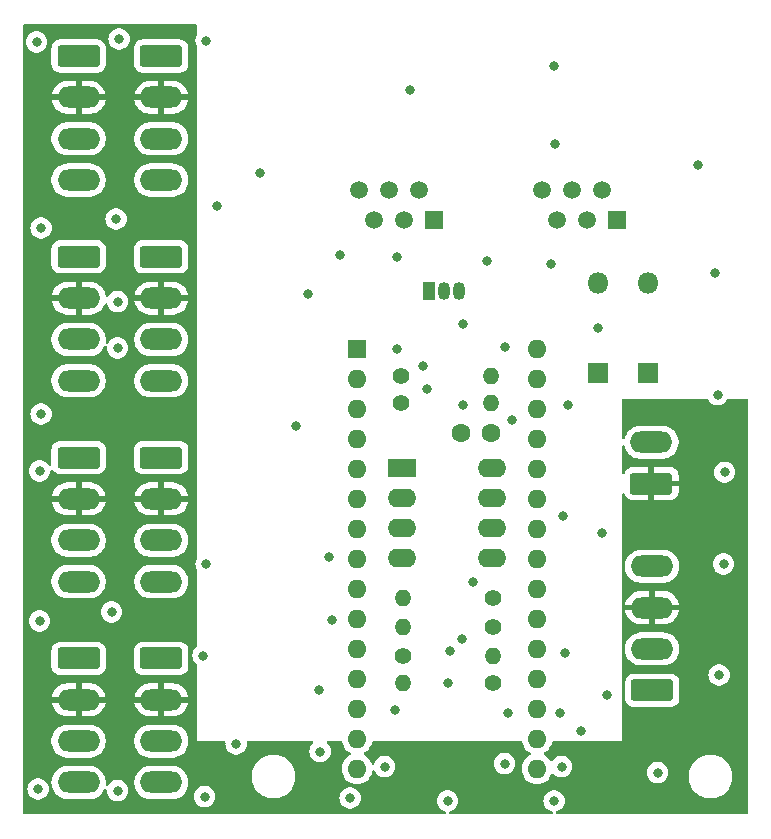
<source format=gbr>
%TF.GenerationSoftware,KiCad,Pcbnew,8.0.2*%
%TF.CreationDate,2024-09-21T14:57:53+02:00*%
%TF.ProjectId,FY_entry,46595f65-6e74-4727-992e-6b696361645f,rev?*%
%TF.SameCoordinates,Original*%
%TF.FileFunction,Copper,L2,Inr*%
%TF.FilePolarity,Positive*%
%FSLAX46Y46*%
G04 Gerber Fmt 4.6, Leading zero omitted, Abs format (unit mm)*
G04 Created by KiCad (PCBNEW 8.0.2) date 2024-09-21 14:57:53*
%MOMM*%
%LPD*%
G01*
G04 APERTURE LIST*
G04 Aperture macros list*
%AMRoundRect*
0 Rectangle with rounded corners*
0 $1 Rounding radius*
0 $2 $3 $4 $5 $6 $7 $8 $9 X,Y pos of 4 corners*
0 Add a 4 corners polygon primitive as box body*
4,1,4,$2,$3,$4,$5,$6,$7,$8,$9,$2,$3,0*
0 Add four circle primitives for the rounded corners*
1,1,$1+$1,$2,$3*
1,1,$1+$1,$4,$5*
1,1,$1+$1,$6,$7*
1,1,$1+$1,$8,$9*
0 Add four rect primitives between the rounded corners*
20,1,$1+$1,$2,$3,$4,$5,0*
20,1,$1+$1,$4,$5,$6,$7,0*
20,1,$1+$1,$6,$7,$8,$9,0*
20,1,$1+$1,$8,$9,$2,$3,0*%
G04 Aperture macros list end*
%TA.AperFunction,ComponentPad*%
%ADD10RoundRect,0.250000X-1.550000X0.650000X-1.550000X-0.650000X1.550000X-0.650000X1.550000X0.650000X0*%
%TD*%
%TA.AperFunction,ComponentPad*%
%ADD11O,3.600000X1.800000*%
%TD*%
%TA.AperFunction,ComponentPad*%
%ADD12R,2.400000X1.600000*%
%TD*%
%TA.AperFunction,ComponentPad*%
%ADD13O,2.400000X1.600000*%
%TD*%
%TA.AperFunction,ComponentPad*%
%ADD14C,1.400000*%
%TD*%
%TA.AperFunction,ComponentPad*%
%ADD15O,1.400000X1.400000*%
%TD*%
%TA.AperFunction,ComponentPad*%
%ADD16R,1.050000X1.500000*%
%TD*%
%TA.AperFunction,ComponentPad*%
%ADD17O,1.050000X1.500000*%
%TD*%
%TA.AperFunction,ComponentPad*%
%ADD18C,1.520000*%
%TD*%
%TA.AperFunction,ComponentPad*%
%ADD19R,1.520000X1.520000*%
%TD*%
%TA.AperFunction,ComponentPad*%
%ADD20RoundRect,0.250000X1.550000X-0.650000X1.550000X0.650000X-1.550000X0.650000X-1.550000X-0.650000X0*%
%TD*%
%TA.AperFunction,ComponentPad*%
%ADD21R,1.800000X1.800000*%
%TD*%
%TA.AperFunction,ComponentPad*%
%ADD22O,1.800000X1.800000*%
%TD*%
%TA.AperFunction,ComponentPad*%
%ADD23C,1.600000*%
%TD*%
%TA.AperFunction,ComponentPad*%
%ADD24O,1.600000X1.600000*%
%TD*%
%TA.AperFunction,ComponentPad*%
%ADD25R,1.600000X1.600000*%
%TD*%
%TA.AperFunction,ViaPad*%
%ADD26C,0.800000*%
%TD*%
G04 APERTURE END LIST*
D10*
%TO.N,/DCC/ring_right*%
%TO.C,J901*%
X39000000Y-96000000D03*
D11*
%TO.N,/DCC/ring_left*%
X39000000Y-99500000D03*
%TO.N,/atmega/occupied8*%
X39000000Y-103000000D03*
%TO.N,GND*%
X39000000Y-106500000D03*
%TD*%
D10*
%TO.N,/DCC/ring_right*%
%TO.C,J701*%
X39000000Y-79000000D03*
D11*
%TO.N,/DCC/ring_left*%
X39000000Y-82500000D03*
%TO.N,/atmega/occupied6*%
X39000000Y-86000000D03*
%TO.N,GND*%
X39000000Y-89500000D03*
%TD*%
D10*
%TO.N,/DCC/ring_right*%
%TO.C,J501*%
X39000000Y-62000000D03*
D11*
%TO.N,/DCC/ring_left*%
X39000000Y-65500000D03*
%TO.N,/atmega/occupied4*%
X39000000Y-69000000D03*
%TO.N,GND*%
X39000000Y-72500000D03*
%TD*%
D10*
%TO.N,/DCC/ring_right*%
%TO.C,J301*%
X39000000Y-45000000D03*
D11*
%TO.N,/DCC/ring_left*%
X39000000Y-48500000D03*
%TO.N,/atmega/occupied2*%
X39000000Y-52000000D03*
%TO.N,GND*%
X39000000Y-55500000D03*
%TD*%
D12*
%TO.N,GND*%
%TO.C,U1301*%
X59380000Y-79880000D03*
D13*
%TO.N,Net-(U1301-+)*%
X59380000Y-82420000D03*
%TO.N,Net-(U1301--)*%
X59380000Y-84960000D03*
%TO.N,GND*%
X59380000Y-87500000D03*
%TO.N,unconnected-(U1301-BAL-Pad5)*%
X67000000Y-87500000D03*
%TO.N,unconnected-(U1301-STRB-Pad6)*%
X67000000Y-84960000D03*
%TO.N,/Lnet/Lnet_Rx*%
X67000000Y-82420000D03*
%TO.N,+5V*%
X67000000Y-79880000D03*
%TD*%
D14*
%TO.N,Net-(U1301-+)*%
%TO.C,R1306*%
X59277000Y-74410000D03*
D15*
%TO.N,/Lnet/Lnet_Rx*%
X66897000Y-74410000D03*
%TD*%
D14*
%TO.N,Net-(Q1301-B)*%
%TO.C,R1305*%
X59277000Y-72124000D03*
D15*
%TO.N,/Lnet/Lnet_Tx*%
X66897000Y-72124000D03*
%TD*%
D14*
%TO.N,+5V*%
%TO.C,R1303*%
X67127000Y-90907000D03*
D15*
%TO.N,Net-(U1301--)*%
X59507000Y-90907000D03*
%TD*%
%TO.N,GND*%
%TO.C,R1302*%
X67127000Y-95758000D03*
D14*
%TO.N,Net-(U1301-+)*%
X59507000Y-95758000D03*
%TD*%
%TO.N,Net-(Q1301-C)*%
%TO.C,R1301*%
X67127000Y-98044000D03*
D15*
%TO.N,Net-(U1301-+)*%
X59507000Y-98044000D03*
%TD*%
D16*
%TO.N,Net-(Q1301-C)*%
%TO.C,Q1301*%
X61690000Y-64920000D03*
D17*
%TO.N,Net-(Q1301-B)*%
X62960000Y-64920000D03*
%TO.N,GND*%
X64230000Y-64920000D03*
%TD*%
D18*
%TO.N,railsyncA*%
%TO.C,J1301*%
X71210000Y-56350000D03*
%TO.N,GND*%
X72480000Y-58890000D03*
%TO.N,Net-(Q1301-C)*%
X73750000Y-56350000D03*
X75020000Y-58890000D03*
%TO.N,GND*%
X76290000Y-56350000D03*
D19*
%TO.N,railsyncB*%
X77560000Y-58890000D03*
%TD*%
D20*
%TO.N,/DCC/ring_left*%
%TO.C,J1201*%
X80500000Y-81195000D03*
D11*
%TO.N,/DCC/ring_right*%
X80500000Y-77695000D03*
%TD*%
D20*
%TO.N,GND*%
%TO.C,J1101*%
X80567500Y-98695000D03*
D11*
%TO.N,/atmega/upline*%
X80567500Y-95195000D03*
%TO.N,/DCC/ring_left*%
X80567500Y-91695000D03*
%TO.N,/DCC/ring_right*%
X80567500Y-88195000D03*
%TD*%
D10*
%TO.N,/DCC/ring_right*%
%TO.C,J801*%
X32000000Y-96000000D03*
D11*
%TO.N,/DCC/ring_left*%
X32000000Y-99500000D03*
%TO.N,/atmega/occupied7*%
X32000000Y-103000000D03*
%TO.N,GND*%
X32000000Y-106500000D03*
%TD*%
D10*
%TO.N,/DCC/ring_right*%
%TO.C,J601*%
X32000000Y-79000000D03*
D11*
%TO.N,/DCC/ring_left*%
X32000000Y-82500000D03*
%TO.N,/atmega/occupied5*%
X32000000Y-86000000D03*
%TO.N,GND*%
X32000000Y-89500000D03*
%TD*%
D10*
%TO.N,/DCC/ring_right*%
%TO.C,J401*%
X32000000Y-62000000D03*
D11*
%TO.N,/DCC/ring_left*%
X32000000Y-65500000D03*
%TO.N,/atmega/occupied3*%
X32000000Y-69000000D03*
%TO.N,GND*%
X32000000Y-72500000D03*
%TD*%
D10*
%TO.N,/DCC/ring_right*%
%TO.C,J201*%
X32000000Y-45000000D03*
D11*
%TO.N,/DCC/ring_left*%
X32000000Y-48500000D03*
%TO.N,/atmega/occupied1*%
X32000000Y-52000000D03*
%TO.N,GND*%
X32000000Y-55500000D03*
%TD*%
D21*
%TO.N,+12V*%
%TO.C,D1302*%
X80250000Y-71810000D03*
D22*
%TO.N,railsyncA*%
X80250000Y-64190000D03*
%TD*%
D21*
%TO.N,+12V*%
%TO.C,D1301*%
X76000000Y-71810000D03*
D22*
%TO.N,railsyncB*%
X76000000Y-64190000D03*
%TD*%
D23*
%TO.N,+5V*%
%TO.C,C1301*%
X66909000Y-76910000D03*
%TO.N,GND*%
X64409000Y-76910000D03*
%TD*%
D24*
%TO.N,+12V*%
%TO.C,A1001*%
X70820000Y-69780000D03*
%TO.N,GND*%
X70820000Y-72320000D03*
%TO.N,unconnected-(A1001-~{RESET}-Pad28)*%
X70820000Y-74860000D03*
%TO.N,+5V*%
X70820000Y-77400000D03*
%TO.N,unconnected-(A1001-A7-Pad26)*%
X70820000Y-79940000D03*
%TO.N,unconnected-(A1001-A6-Pad25)*%
X70820000Y-82480000D03*
%TO.N,unconnected-(A1001-A5-Pad24)*%
X70820000Y-85020000D03*
%TO.N,unconnected-(A1001-A4-Pad23)*%
X70820000Y-87560000D03*
%TO.N,unconnected-(A1001-A3-Pad22)*%
X70820000Y-90100000D03*
%TO.N,unconnected-(A1001-A2-Pad21)*%
X70820000Y-92640000D03*
%TO.N,unconnected-(A1001-A1-Pad20)*%
X70820000Y-95180000D03*
%TO.N,Net-(A1001-A0)*%
X70820000Y-97720000D03*
%TO.N,unconnected-(A1001-AREF-Pad18)*%
X70820000Y-100260000D03*
%TO.N,unconnected-(A1001-3V3-Pad17)*%
X70820000Y-102800000D03*
%TO.N,unconnected-(A1001-D13-Pad16)*%
X70820000Y-105340000D03*
%TO.N,/atmega/upline*%
X55580000Y-105340000D03*
%TO.N,/atmega/occupied7*%
X55580000Y-102800000D03*
%TO.N,/atmega/occupied8*%
X55580000Y-100260000D03*
%TO.N,/Lnet/Lnet_Tx*%
X55580000Y-97720000D03*
%TO.N,/Lnet/Lnet_Rx*%
X55580000Y-95180000D03*
%TO.N,/atmega/occupied6*%
X55580000Y-92640000D03*
%TO.N,/atmega/occupied5*%
X55580000Y-90100000D03*
%TO.N,/atmega/occupied4*%
X55580000Y-87560000D03*
%TO.N,/atmega/occupied3*%
X55580000Y-85020000D03*
%TO.N,/atmega/occupied2*%
X55580000Y-82480000D03*
%TO.N,/atmega/occupied1*%
X55580000Y-79940000D03*
%TO.N,GND*%
X55580000Y-77400000D03*
%TO.N,unconnected-(A1001-~{RESET}-Pad3)*%
X55580000Y-74860000D03*
%TO.N,unconnected-(A1001-D0{slash}RX-Pad2)*%
X55580000Y-72320000D03*
D25*
%TO.N,unconnected-(A1001-D1{slash}TX-Pad1)*%
X55580000Y-69780000D03*
%TD*%
D14*
%TO.N,GND*%
%TO.C,R1304*%
X67127000Y-93345000D03*
D15*
%TO.N,Net-(U1301--)*%
X59507000Y-93345000D03*
%TD*%
D18*
%TO.N,railsyncA*%
%TO.C,J1302*%
X55740000Y-56350000D03*
%TO.N,GND*%
X57010000Y-58890000D03*
%TO.N,Net-(Q1301-C)*%
X58280000Y-56350000D03*
X59550000Y-58890000D03*
%TO.N,GND*%
X60820000Y-56350000D03*
D19*
%TO.N,railsyncB*%
X62090000Y-58890000D03*
%TD*%
D26*
%TO.N,GND*%
X65405000Y-89535000D03*
X76000000Y-68000000D03*
X76327000Y-85344000D03*
X86233000Y-97409000D03*
X86614000Y-88011000D03*
X86701613Y-80235517D03*
X86106000Y-73660000D03*
X28829000Y-59563000D03*
X28829000Y-75311000D03*
X28702000Y-80137000D03*
X28702000Y-92837000D03*
X28575000Y-107061000D03*
X35306000Y-107188000D03*
X34798000Y-92075000D03*
X42545000Y-95758000D03*
X42799000Y-88011000D03*
X53467000Y-92710000D03*
X52324000Y-98679000D03*
X63317000Y-98044000D03*
X58801000Y-100330000D03*
X68326000Y-100584000D03*
X68072000Y-104902000D03*
X57912000Y-105156000D03*
X42672000Y-107696000D03*
X45339000Y-103251000D03*
X52451000Y-103886000D03*
X54991000Y-107823000D03*
X63246000Y-108077000D03*
X72263000Y-108077000D03*
X81026000Y-105664000D03*
X72898000Y-105156000D03*
X72771000Y-100584000D03*
X74549000Y-102108000D03*
X76708000Y-99060000D03*
X73152000Y-95504000D03*
X73025000Y-83947000D03*
X73406000Y-74549000D03*
X68707000Y-75819000D03*
X64516000Y-74549000D03*
X61468000Y-73152000D03*
X68072000Y-69596000D03*
X64516000Y-67691000D03*
X72009000Y-62611000D03*
X66548000Y-62357000D03*
X72337535Y-52459175D03*
X85852000Y-63373000D03*
X84455000Y-54229000D03*
X72263000Y-45847000D03*
X60071000Y-47879000D03*
X58928000Y-61976000D03*
X43688000Y-57658000D03*
X51435000Y-65151000D03*
X54102000Y-61849000D03*
X47371000Y-54864000D03*
X42799000Y-43688000D03*
X35433000Y-43561000D03*
X28448000Y-43815000D03*
X35179000Y-58801000D03*
X35306000Y-65786000D03*
X35306000Y-69723000D03*
X50419000Y-76327000D03*
X53213000Y-87376000D03*
%TO.N,/Lnet/Lnet_Rx*%
X64492653Y-94384347D03*
X63467347Y-95409653D03*
%TO.N,/Lnet/Lnet_Tx*%
X61196653Y-71229653D03*
X58986847Y-69781847D03*
%TD*%
%TA.AperFunction,Conductor*%
%TO.N,/DCC/ring_left*%
G36*
X41943039Y-42320185D02*
G01*
X41988794Y-42372989D01*
X42000000Y-42424500D01*
X42000000Y-43237682D01*
X41983387Y-43299682D01*
X41971821Y-43319714D01*
X41954592Y-43372740D01*
X41913326Y-43499744D01*
X41893540Y-43688000D01*
X41913326Y-43876256D01*
X41913327Y-43876259D01*
X41971818Y-44056277D01*
X41971819Y-44056279D01*
X41971821Y-44056284D01*
X41983387Y-44076318D01*
X42000000Y-44138316D01*
X42000000Y-87560682D01*
X41983387Y-87622682D01*
X41971821Y-87642714D01*
X41913327Y-87822740D01*
X41913326Y-87822744D01*
X41893540Y-88011000D01*
X41913326Y-88199256D01*
X41913327Y-88199259D01*
X41971818Y-88379277D01*
X41971819Y-88379279D01*
X41971821Y-88379284D01*
X41983387Y-88399318D01*
X42000000Y-88461316D01*
X42000000Y-94977705D01*
X41980315Y-95044744D01*
X41948888Y-95078021D01*
X41939130Y-95085110D01*
X41939123Y-95085116D01*
X41812466Y-95225785D01*
X41717821Y-95389715D01*
X41717818Y-95389722D01*
X41670139Y-95536464D01*
X41659326Y-95569744D01*
X41639540Y-95758000D01*
X41659326Y-95946256D01*
X41659327Y-95946259D01*
X41717818Y-96126277D01*
X41717821Y-96126284D01*
X41812467Y-96290216D01*
X41939129Y-96430888D01*
X41948880Y-96437973D01*
X41991549Y-96493299D01*
X42000000Y-96538294D01*
X42000000Y-103000000D01*
X44322205Y-103000000D01*
X44389244Y-103019685D01*
X44434999Y-103072489D01*
X44445525Y-103136959D01*
X44433540Y-103251000D01*
X44453326Y-103439256D01*
X44453327Y-103439259D01*
X44511818Y-103619277D01*
X44511821Y-103619284D01*
X44606467Y-103783216D01*
X44722747Y-103912358D01*
X44733129Y-103923888D01*
X44886265Y-104035148D01*
X44886270Y-104035151D01*
X45059192Y-104112142D01*
X45059197Y-104112144D01*
X45244354Y-104151500D01*
X45244355Y-104151500D01*
X45433644Y-104151500D01*
X45433646Y-104151500D01*
X45618803Y-104112144D01*
X45791730Y-104035151D01*
X45944871Y-103923888D01*
X46071533Y-103783216D01*
X46166179Y-103619284D01*
X46224674Y-103439256D01*
X46244460Y-103251000D01*
X46232474Y-103136959D01*
X46245044Y-103068231D01*
X46292776Y-103017208D01*
X46355795Y-103000000D01*
X51758783Y-103000000D01*
X51825822Y-103019685D01*
X51871577Y-103072489D01*
X51881521Y-103141647D01*
X51852496Y-103205203D01*
X51849476Y-103208280D01*
X51849478Y-103208282D01*
X51718466Y-103353785D01*
X51623821Y-103517715D01*
X51623818Y-103517722D01*
X51584367Y-103639141D01*
X51565326Y-103697744D01*
X51545540Y-103886000D01*
X51565326Y-104074256D01*
X51565327Y-104074259D01*
X51623818Y-104254277D01*
X51623821Y-104254284D01*
X51718467Y-104418216D01*
X51845129Y-104558888D01*
X51998265Y-104670148D01*
X51998270Y-104670151D01*
X52171192Y-104747142D01*
X52171197Y-104747144D01*
X52356354Y-104786500D01*
X52356355Y-104786500D01*
X52545644Y-104786500D01*
X52545646Y-104786500D01*
X52730803Y-104747144D01*
X52903730Y-104670151D01*
X53056871Y-104558888D01*
X53183533Y-104418216D01*
X53278179Y-104254284D01*
X53336674Y-104074256D01*
X53356460Y-103886000D01*
X53336674Y-103697744D01*
X53278179Y-103517716D01*
X53183533Y-103353784D01*
X53056871Y-103213112D01*
X53056870Y-103213111D01*
X53052522Y-103208282D01*
X53054372Y-103206616D01*
X53023597Y-103156667D01*
X53024925Y-103086810D01*
X53063810Y-103028761D01*
X53127906Y-103000949D01*
X53143217Y-103000000D01*
X54192064Y-103000000D01*
X54259103Y-103019685D01*
X54304858Y-103072489D01*
X54311839Y-103091907D01*
X54353258Y-103246488D01*
X54353261Y-103246497D01*
X54449431Y-103452732D01*
X54449432Y-103452734D01*
X54579954Y-103639141D01*
X54740858Y-103800045D01*
X54740861Y-103800047D01*
X54927266Y-103930568D01*
X54985275Y-103957618D01*
X55037714Y-104003791D01*
X55056866Y-104070984D01*
X55036650Y-104137865D01*
X54985275Y-104182382D01*
X54927267Y-104209431D01*
X54927265Y-104209432D01*
X54740858Y-104339954D01*
X54579954Y-104500858D01*
X54449432Y-104687265D01*
X54449431Y-104687267D01*
X54353261Y-104893502D01*
X54353258Y-104893511D01*
X54294366Y-105113302D01*
X54294364Y-105113313D01*
X54274532Y-105339998D01*
X54274532Y-105340001D01*
X54294364Y-105566686D01*
X54294366Y-105566697D01*
X54353258Y-105786488D01*
X54353261Y-105786497D01*
X54449431Y-105992732D01*
X54449432Y-105992734D01*
X54579954Y-106179141D01*
X54740858Y-106340045D01*
X54740861Y-106340047D01*
X54927266Y-106470568D01*
X55133504Y-106566739D01*
X55353308Y-106625635D01*
X55515230Y-106639801D01*
X55579998Y-106645468D01*
X55580000Y-106645468D01*
X55580002Y-106645468D01*
X55636673Y-106640509D01*
X55806692Y-106625635D01*
X56026496Y-106566739D01*
X56232734Y-106470568D01*
X56419139Y-106340047D01*
X56580047Y-106179139D01*
X56710568Y-105992734D01*
X56806739Y-105786496D01*
X56865395Y-105567585D01*
X56901759Y-105507928D01*
X56964605Y-105477398D01*
X57033981Y-105485692D01*
X57087859Y-105530177D01*
X57092552Y-105537675D01*
X57179467Y-105688216D01*
X57256797Y-105774099D01*
X57306129Y-105828888D01*
X57459265Y-105940148D01*
X57459270Y-105940151D01*
X57632192Y-106017142D01*
X57632197Y-106017144D01*
X57817354Y-106056500D01*
X57817355Y-106056500D01*
X58006644Y-106056500D01*
X58006646Y-106056500D01*
X58191803Y-106017144D01*
X58364730Y-105940151D01*
X58517871Y-105828888D01*
X58644533Y-105688216D01*
X58739179Y-105524284D01*
X58797674Y-105344256D01*
X58817460Y-105156000D01*
X58797674Y-104967744D01*
X58776312Y-104902000D01*
X67166540Y-104902000D01*
X67186326Y-105090256D01*
X67186327Y-105090259D01*
X67244818Y-105270277D01*
X67244821Y-105270284D01*
X67339467Y-105434216D01*
X67405838Y-105507928D01*
X67466129Y-105574888D01*
X67619265Y-105686148D01*
X67619270Y-105686151D01*
X67792192Y-105763142D01*
X67792197Y-105763144D01*
X67977354Y-105802500D01*
X67977355Y-105802500D01*
X68166644Y-105802500D01*
X68166646Y-105802500D01*
X68351803Y-105763144D01*
X68524730Y-105686151D01*
X68677871Y-105574888D01*
X68804533Y-105434216D01*
X68899179Y-105270284D01*
X68957674Y-105090256D01*
X68977460Y-104902000D01*
X68957674Y-104713744D01*
X68899179Y-104533716D01*
X68804533Y-104369784D01*
X68677871Y-104229112D01*
X68650784Y-104209432D01*
X68524734Y-104117851D01*
X68524729Y-104117848D01*
X68351807Y-104040857D01*
X68351802Y-104040855D01*
X68169633Y-104002135D01*
X68166646Y-104001500D01*
X67977354Y-104001500D01*
X67974367Y-104002135D01*
X67792197Y-104040855D01*
X67792192Y-104040857D01*
X67619270Y-104117848D01*
X67619265Y-104117851D01*
X67466129Y-104229111D01*
X67339466Y-104369785D01*
X67244821Y-104533715D01*
X67244818Y-104533722D01*
X67188699Y-104706440D01*
X67186326Y-104713744D01*
X67166540Y-104902000D01*
X58776312Y-104902000D01*
X58739179Y-104787716D01*
X58644533Y-104623784D01*
X58517871Y-104483112D01*
X58517870Y-104483111D01*
X58364734Y-104371851D01*
X58364729Y-104371848D01*
X58191807Y-104294857D01*
X58191802Y-104294855D01*
X58046001Y-104263865D01*
X58006646Y-104255500D01*
X57817354Y-104255500D01*
X57784897Y-104262398D01*
X57632197Y-104294855D01*
X57632192Y-104294857D01*
X57459270Y-104371848D01*
X57459265Y-104371851D01*
X57306129Y-104483111D01*
X57179466Y-104623785D01*
X57084821Y-104787715D01*
X57084818Y-104787722D01*
X57046244Y-104906442D01*
X57006806Y-104964118D01*
X56942448Y-104991316D01*
X56873601Y-104979401D01*
X56822126Y-104932157D01*
X56808538Y-104900216D01*
X56806742Y-104893513D01*
X56806738Y-104893502D01*
X56800372Y-104879851D01*
X56710568Y-104687266D01*
X56580047Y-104500861D01*
X56580045Y-104500858D01*
X56419141Y-104339954D01*
X56232734Y-104209432D01*
X56232728Y-104209429D01*
X56174725Y-104182382D01*
X56122285Y-104136210D01*
X56103133Y-104069017D01*
X56123348Y-104002135D01*
X56174725Y-103957618D01*
X56232734Y-103930568D01*
X56419139Y-103800047D01*
X56580047Y-103639139D01*
X56710568Y-103452734D01*
X56806739Y-103246496D01*
X56823266Y-103184815D01*
X56848161Y-103091907D01*
X56884526Y-103032246D01*
X56947373Y-103001717D01*
X56967936Y-103000000D01*
X69432064Y-103000000D01*
X69499103Y-103019685D01*
X69544858Y-103072489D01*
X69551839Y-103091907D01*
X69593258Y-103246488D01*
X69593261Y-103246497D01*
X69689431Y-103452732D01*
X69689432Y-103452734D01*
X69819954Y-103639141D01*
X69980858Y-103800045D01*
X69980861Y-103800047D01*
X70167266Y-103930568D01*
X70225275Y-103957618D01*
X70277714Y-104003791D01*
X70296866Y-104070984D01*
X70276650Y-104137865D01*
X70225275Y-104182382D01*
X70167267Y-104209431D01*
X70167265Y-104209432D01*
X69980858Y-104339954D01*
X69819954Y-104500858D01*
X69689432Y-104687265D01*
X69689431Y-104687267D01*
X69593261Y-104893502D01*
X69593258Y-104893511D01*
X69534366Y-105113302D01*
X69534364Y-105113313D01*
X69514532Y-105339998D01*
X69514532Y-105340001D01*
X69534364Y-105566686D01*
X69534366Y-105566697D01*
X69593258Y-105786488D01*
X69593261Y-105786497D01*
X69689431Y-105992732D01*
X69689432Y-105992734D01*
X69819954Y-106179141D01*
X69980858Y-106340045D01*
X69980861Y-106340047D01*
X70167266Y-106470568D01*
X70373504Y-106566739D01*
X70593308Y-106625635D01*
X70755230Y-106639801D01*
X70819998Y-106645468D01*
X70820000Y-106645468D01*
X70820002Y-106645468D01*
X70876673Y-106640509D01*
X71046692Y-106625635D01*
X71266496Y-106566739D01*
X71472734Y-106470568D01*
X71659139Y-106340047D01*
X71820047Y-106179139D01*
X71950568Y-105992734D01*
X72038267Y-105804663D01*
X72084437Y-105752227D01*
X72151631Y-105733075D01*
X72218512Y-105753291D01*
X72242795Y-105774097D01*
X72292129Y-105828888D01*
X72445265Y-105940148D01*
X72445270Y-105940151D01*
X72618192Y-106017142D01*
X72618197Y-106017144D01*
X72803354Y-106056500D01*
X72803355Y-106056500D01*
X72992644Y-106056500D01*
X72992646Y-106056500D01*
X73177803Y-106017144D01*
X73350730Y-105940151D01*
X73503871Y-105828888D01*
X73630533Y-105688216D01*
X73644514Y-105664000D01*
X80120540Y-105664000D01*
X80140326Y-105852256D01*
X80140327Y-105852259D01*
X80198818Y-106032277D01*
X80198821Y-106032284D01*
X80293467Y-106196216D01*
X80375660Y-106287500D01*
X80420129Y-106336888D01*
X80573265Y-106448148D01*
X80573270Y-106448151D01*
X80746192Y-106525142D01*
X80746197Y-106525144D01*
X80931354Y-106564500D01*
X80931355Y-106564500D01*
X81120644Y-106564500D01*
X81120646Y-106564500D01*
X81305803Y-106525144D01*
X81478730Y-106448151D01*
X81631871Y-106336888D01*
X81758533Y-106196216D01*
X81853179Y-106032284D01*
X81903078Y-105878711D01*
X83649500Y-105878711D01*
X83649500Y-106121288D01*
X83681161Y-106361785D01*
X83743947Y-106596104D01*
X83836573Y-106819722D01*
X83836776Y-106820212D01*
X83958064Y-107030289D01*
X83958066Y-107030292D01*
X83958067Y-107030293D01*
X84105733Y-107222736D01*
X84105739Y-107222743D01*
X84277256Y-107394260D01*
X84277263Y-107394266D01*
X84322900Y-107429284D01*
X84469711Y-107541936D01*
X84679788Y-107663224D01*
X84903900Y-107756054D01*
X85138211Y-107818838D01*
X85318586Y-107842584D01*
X85378711Y-107850500D01*
X85378712Y-107850500D01*
X85621289Y-107850500D01*
X85669388Y-107844167D01*
X85861789Y-107818838D01*
X86096100Y-107756054D01*
X86320212Y-107663224D01*
X86530289Y-107541936D01*
X86722738Y-107394265D01*
X86894265Y-107222738D01*
X87041936Y-107030289D01*
X87163224Y-106820212D01*
X87256054Y-106596100D01*
X87318838Y-106361789D01*
X87350500Y-106121288D01*
X87350500Y-105878712D01*
X87347017Y-105852259D01*
X87336728Y-105774099D01*
X87318838Y-105638211D01*
X87256054Y-105403900D01*
X87163224Y-105179788D01*
X87041936Y-104969711D01*
X86894265Y-104777262D01*
X86894260Y-104777256D01*
X86722743Y-104605739D01*
X86722736Y-104605733D01*
X86530293Y-104458067D01*
X86530292Y-104458066D01*
X86530289Y-104458064D01*
X86358661Y-104358974D01*
X86320214Y-104336777D01*
X86320205Y-104336773D01*
X86096104Y-104243947D01*
X85861785Y-104181161D01*
X85621289Y-104149500D01*
X85621288Y-104149500D01*
X85378712Y-104149500D01*
X85378711Y-104149500D01*
X85138214Y-104181161D01*
X84903895Y-104243947D01*
X84679794Y-104336773D01*
X84679785Y-104336777D01*
X84469706Y-104458067D01*
X84277263Y-104605733D01*
X84277256Y-104605739D01*
X84105739Y-104777256D01*
X84105733Y-104777263D01*
X83958067Y-104969706D01*
X83958064Y-104969710D01*
X83958064Y-104969711D01*
X83945709Y-104991111D01*
X83836777Y-105179785D01*
X83836773Y-105179794D01*
X83743947Y-105403895D01*
X83681161Y-105638214D01*
X83649500Y-105878711D01*
X81903078Y-105878711D01*
X81911674Y-105852256D01*
X81931460Y-105664000D01*
X81911674Y-105475744D01*
X81853179Y-105295716D01*
X81758533Y-105131784D01*
X81631871Y-104991112D01*
X81631870Y-104991111D01*
X81478734Y-104879851D01*
X81478729Y-104879848D01*
X81305807Y-104802857D01*
X81305802Y-104802855D01*
X81160001Y-104771865D01*
X81120646Y-104763500D01*
X80931354Y-104763500D01*
X80898897Y-104770398D01*
X80746197Y-104802855D01*
X80746192Y-104802857D01*
X80573270Y-104879848D01*
X80573265Y-104879851D01*
X80420129Y-104991111D01*
X80293466Y-105131785D01*
X80198821Y-105295715D01*
X80198818Y-105295722D01*
X80154618Y-105431758D01*
X80140326Y-105475744D01*
X80120540Y-105664000D01*
X73644514Y-105664000D01*
X73725179Y-105524284D01*
X73783674Y-105344256D01*
X73803460Y-105156000D01*
X73783674Y-104967744D01*
X73725179Y-104787716D01*
X73630533Y-104623784D01*
X73503871Y-104483112D01*
X73503870Y-104483111D01*
X73350734Y-104371851D01*
X73350729Y-104371848D01*
X73177807Y-104294857D01*
X73177802Y-104294855D01*
X73032001Y-104263865D01*
X72992646Y-104255500D01*
X72803354Y-104255500D01*
X72770897Y-104262398D01*
X72618197Y-104294855D01*
X72618192Y-104294857D01*
X72445270Y-104371848D01*
X72445265Y-104371851D01*
X72292129Y-104483111D01*
X72165465Y-104623785D01*
X72165463Y-104623788D01*
X72145581Y-104658225D01*
X72095014Y-104706440D01*
X72026406Y-104719662D01*
X71961542Y-104693694D01*
X71936622Y-104667349D01*
X71820047Y-104500861D01*
X71820045Y-104500858D01*
X71659141Y-104339954D01*
X71472734Y-104209432D01*
X71472728Y-104209429D01*
X71414725Y-104182382D01*
X71362285Y-104136210D01*
X71343133Y-104069017D01*
X71363348Y-104002135D01*
X71414725Y-103957618D01*
X71472734Y-103930568D01*
X71659139Y-103800047D01*
X71820047Y-103639139D01*
X71950568Y-103452734D01*
X72046739Y-103246496D01*
X72063266Y-103184815D01*
X72088161Y-103091907D01*
X72124526Y-103032246D01*
X72187373Y-103001717D01*
X72207936Y-103000000D01*
X74401333Y-103000000D01*
X74427113Y-103002710D01*
X74432717Y-103003900D01*
X74454354Y-103008500D01*
X74643646Y-103008500D01*
X74666272Y-103003690D01*
X74670887Y-103002710D01*
X74696667Y-103000000D01*
X78000000Y-103000000D01*
X78000000Y-97994983D01*
X78267000Y-97994983D01*
X78267000Y-99395001D01*
X78267001Y-99395018D01*
X78277500Y-99497796D01*
X78277501Y-99497799D01*
X78332685Y-99664331D01*
X78332687Y-99664336D01*
X78367569Y-99720888D01*
X78424788Y-99813656D01*
X78548844Y-99937712D01*
X78698166Y-100029814D01*
X78864703Y-100084999D01*
X78967491Y-100095500D01*
X82167508Y-100095499D01*
X82270297Y-100084999D01*
X82436834Y-100029814D01*
X82586156Y-99937712D01*
X82710212Y-99813656D01*
X82802314Y-99664334D01*
X82857499Y-99497797D01*
X82868000Y-99395009D01*
X82867999Y-97994992D01*
X82857499Y-97892203D01*
X82802314Y-97725666D01*
X82710212Y-97576344D01*
X82586156Y-97452288D01*
X82515975Y-97409000D01*
X85327540Y-97409000D01*
X85347326Y-97597256D01*
X85347327Y-97597259D01*
X85405818Y-97777277D01*
X85405821Y-97777284D01*
X85500467Y-97941216D01*
X85627129Y-98081888D01*
X85780265Y-98193148D01*
X85780270Y-98193151D01*
X85953192Y-98270142D01*
X85953197Y-98270144D01*
X86138354Y-98309500D01*
X86138355Y-98309500D01*
X86327644Y-98309500D01*
X86327646Y-98309500D01*
X86512803Y-98270144D01*
X86685730Y-98193151D01*
X86838871Y-98081888D01*
X86965533Y-97941216D01*
X87060179Y-97777284D01*
X87118674Y-97597256D01*
X87138460Y-97409000D01*
X87118674Y-97220744D01*
X87060179Y-97040716D01*
X86965533Y-96876784D01*
X86838871Y-96736112D01*
X86838870Y-96736111D01*
X86685734Y-96624851D01*
X86685729Y-96624848D01*
X86512807Y-96547857D01*
X86512802Y-96547855D01*
X86367001Y-96516865D01*
X86327646Y-96508500D01*
X86138354Y-96508500D01*
X86105897Y-96515398D01*
X85953197Y-96547855D01*
X85953192Y-96547857D01*
X85780270Y-96624848D01*
X85780265Y-96624851D01*
X85627129Y-96736111D01*
X85500466Y-96876785D01*
X85405821Y-97040715D01*
X85405818Y-97040722D01*
X85347327Y-97220740D01*
X85347326Y-97220744D01*
X85327540Y-97409000D01*
X82515975Y-97409000D01*
X82436834Y-97360186D01*
X82270297Y-97305001D01*
X82270295Y-97305000D01*
X82167510Y-97294500D01*
X78967498Y-97294500D01*
X78967481Y-97294501D01*
X78864703Y-97305000D01*
X78864700Y-97305001D01*
X78698168Y-97360185D01*
X78698163Y-97360187D01*
X78548842Y-97452289D01*
X78424789Y-97576342D01*
X78332687Y-97725663D01*
X78332685Y-97725668D01*
X78304849Y-97809670D01*
X78277501Y-97892203D01*
X78277501Y-97892204D01*
X78277500Y-97892204D01*
X78267000Y-97994983D01*
X78000000Y-97994983D01*
X78000000Y-95084778D01*
X78267000Y-95084778D01*
X78267000Y-95305221D01*
X78301485Y-95522952D01*
X78369603Y-95732603D01*
X78369604Y-95732606D01*
X78469687Y-95929025D01*
X78599252Y-96107358D01*
X78599256Y-96107363D01*
X78755136Y-96263243D01*
X78755141Y-96263247D01*
X78820274Y-96310568D01*
X78933478Y-96392815D01*
X79008200Y-96430888D01*
X79129893Y-96492895D01*
X79129896Y-96492896D01*
X79234721Y-96526955D01*
X79339549Y-96561015D01*
X79557278Y-96595500D01*
X79557279Y-96595500D01*
X81577721Y-96595500D01*
X81577722Y-96595500D01*
X81795451Y-96561015D01*
X82005106Y-96492895D01*
X82201522Y-96392815D01*
X82379865Y-96263242D01*
X82535742Y-96107365D01*
X82665315Y-95929022D01*
X82765395Y-95732606D01*
X82833515Y-95522951D01*
X82868000Y-95305222D01*
X82868000Y-95084778D01*
X82833515Y-94867049D01*
X82767927Y-94665186D01*
X82765396Y-94657396D01*
X82765395Y-94657393D01*
X82714496Y-94557500D01*
X82665315Y-94460978D01*
X82609640Y-94384347D01*
X82535747Y-94282641D01*
X82535743Y-94282636D01*
X82379863Y-94126756D01*
X82379858Y-94126752D01*
X82201525Y-93997187D01*
X82201524Y-93997186D01*
X82201522Y-93997185D01*
X82138596Y-93965122D01*
X82005106Y-93897104D01*
X82005103Y-93897103D01*
X81795452Y-93828985D01*
X81686586Y-93811742D01*
X81577722Y-93794500D01*
X79557278Y-93794500D01*
X79484701Y-93805995D01*
X79339547Y-93828985D01*
X79129896Y-93897103D01*
X79129893Y-93897104D01*
X78933474Y-93997187D01*
X78755141Y-94126752D01*
X78755136Y-94126756D01*
X78599256Y-94282636D01*
X78599252Y-94282641D01*
X78469687Y-94460974D01*
X78369604Y-94657393D01*
X78369603Y-94657396D01*
X78301485Y-94867047D01*
X78267000Y-95084778D01*
X78000000Y-95084778D01*
X78000000Y-91445000D01*
X78289645Y-91445000D01*
X80019018Y-91445000D01*
X80008389Y-91463409D01*
X79967500Y-91616009D01*
X79967500Y-91773991D01*
X80008389Y-91926591D01*
X80019018Y-91945000D01*
X78289645Y-91945000D01*
X78301973Y-92022835D01*
X78301973Y-92022838D01*
X78370067Y-92232410D01*
X78470113Y-92428760D01*
X78599642Y-92607041D01*
X78755458Y-92762857D01*
X78933739Y-92892386D01*
X79130089Y-92992432D01*
X79339664Y-93060526D01*
X79557319Y-93095000D01*
X80317500Y-93095000D01*
X80317500Y-92243482D01*
X80335909Y-92254111D01*
X80488509Y-92295000D01*
X80646491Y-92295000D01*
X80799091Y-92254111D01*
X80817500Y-92243482D01*
X80817500Y-93095000D01*
X81577681Y-93095000D01*
X81795335Y-93060526D01*
X82004910Y-92992432D01*
X82201260Y-92892386D01*
X82379541Y-92762857D01*
X82535357Y-92607041D01*
X82664886Y-92428760D01*
X82764932Y-92232410D01*
X82833026Y-92022838D01*
X82833026Y-92022835D01*
X82845355Y-91945000D01*
X81115982Y-91945000D01*
X81126611Y-91926591D01*
X81167500Y-91773991D01*
X81167500Y-91616009D01*
X81126611Y-91463409D01*
X81115982Y-91445000D01*
X82845355Y-91445000D01*
X82833026Y-91367164D01*
X82833026Y-91367161D01*
X82764932Y-91157589D01*
X82664886Y-90961239D01*
X82535357Y-90782958D01*
X82379541Y-90627142D01*
X82201260Y-90497613D01*
X82004910Y-90397567D01*
X81795335Y-90329473D01*
X81577681Y-90295000D01*
X80817500Y-90295000D01*
X80817500Y-91146517D01*
X80799091Y-91135889D01*
X80646491Y-91095000D01*
X80488509Y-91095000D01*
X80335909Y-91135889D01*
X80317500Y-91146517D01*
X80317500Y-90295000D01*
X79557319Y-90295000D01*
X79339664Y-90329473D01*
X79130089Y-90397567D01*
X78933739Y-90497613D01*
X78755458Y-90627142D01*
X78599642Y-90782958D01*
X78470113Y-90961239D01*
X78370067Y-91157589D01*
X78301973Y-91367161D01*
X78301973Y-91367164D01*
X78289645Y-91445000D01*
X78000000Y-91445000D01*
X78000000Y-88084778D01*
X78267000Y-88084778D01*
X78267000Y-88305221D01*
X78301485Y-88522952D01*
X78369603Y-88732603D01*
X78369604Y-88732606D01*
X78469687Y-88929025D01*
X78599252Y-89107358D01*
X78599256Y-89107363D01*
X78755136Y-89263243D01*
X78755141Y-89263247D01*
X78870066Y-89346744D01*
X78933478Y-89392815D01*
X79040343Y-89447266D01*
X79129893Y-89492895D01*
X79129896Y-89492896D01*
X79234721Y-89526955D01*
X79339549Y-89561015D01*
X79557278Y-89595500D01*
X79557279Y-89595500D01*
X81577721Y-89595500D01*
X81577722Y-89595500D01*
X81795451Y-89561015D01*
X82005106Y-89492895D01*
X82201522Y-89392815D01*
X82379865Y-89263242D01*
X82535742Y-89107365D01*
X82665315Y-88929022D01*
X82765395Y-88732606D01*
X82833515Y-88522951D01*
X82868000Y-88305222D01*
X82868000Y-88084778D01*
X82856315Y-88011000D01*
X85708540Y-88011000D01*
X85728326Y-88199256D01*
X85728327Y-88199259D01*
X85786818Y-88379277D01*
X85786819Y-88379279D01*
X85786821Y-88379284D01*
X85881467Y-88543216D01*
X85921468Y-88587641D01*
X86008129Y-88683888D01*
X86161265Y-88795148D01*
X86161270Y-88795151D01*
X86334192Y-88872142D01*
X86334197Y-88872144D01*
X86519354Y-88911500D01*
X86519355Y-88911500D01*
X86708644Y-88911500D01*
X86708646Y-88911500D01*
X86893803Y-88872144D01*
X87066730Y-88795151D01*
X87219871Y-88683888D01*
X87346533Y-88543216D01*
X87441179Y-88379284D01*
X87499674Y-88199256D01*
X87519460Y-88011000D01*
X87499674Y-87822744D01*
X87441179Y-87642716D01*
X87346533Y-87478784D01*
X87219871Y-87338112D01*
X87213259Y-87333308D01*
X87066734Y-87226851D01*
X87066729Y-87226848D01*
X86893807Y-87149857D01*
X86893802Y-87149855D01*
X86748001Y-87118865D01*
X86708646Y-87110500D01*
X86519354Y-87110500D01*
X86486897Y-87117398D01*
X86334197Y-87149855D01*
X86334192Y-87149857D01*
X86161270Y-87226848D01*
X86161265Y-87226851D01*
X86008129Y-87338111D01*
X85881466Y-87478785D01*
X85786821Y-87642715D01*
X85786818Y-87642722D01*
X85728327Y-87822740D01*
X85728326Y-87822744D01*
X85708540Y-88011000D01*
X82856315Y-88011000D01*
X82833515Y-87867049D01*
X82765395Y-87657394D01*
X82765395Y-87657393D01*
X82715770Y-87560000D01*
X82665315Y-87460978D01*
X82648760Y-87438192D01*
X82535747Y-87282641D01*
X82535743Y-87282636D01*
X82379863Y-87126756D01*
X82379858Y-87126752D01*
X82201525Y-86997187D01*
X82201524Y-86997186D01*
X82201522Y-86997185D01*
X82138596Y-86965122D01*
X82005106Y-86897104D01*
X82005103Y-86897103D01*
X81795452Y-86828985D01*
X81686586Y-86811742D01*
X81577722Y-86794500D01*
X79557278Y-86794500D01*
X79484701Y-86805995D01*
X79339547Y-86828985D01*
X79129896Y-86897103D01*
X79129893Y-86897104D01*
X78933474Y-86997187D01*
X78755141Y-87126752D01*
X78755136Y-87126756D01*
X78599256Y-87282636D01*
X78599252Y-87282641D01*
X78469687Y-87460974D01*
X78369604Y-87657393D01*
X78369603Y-87657396D01*
X78301485Y-87867047D01*
X78267000Y-88084778D01*
X78000000Y-88084778D01*
X78000000Y-82130891D01*
X78019685Y-82063852D01*
X78072489Y-82018097D01*
X78141647Y-82008153D01*
X78205203Y-82037178D01*
X78241706Y-82091887D01*
X78265641Y-82164119D01*
X78265643Y-82164124D01*
X78357684Y-82313345D01*
X78481654Y-82437315D01*
X78630875Y-82529356D01*
X78630880Y-82529358D01*
X78797302Y-82584505D01*
X78797309Y-82584506D01*
X78900019Y-82594999D01*
X80249999Y-82594999D01*
X80250000Y-82594998D01*
X80250000Y-81743482D01*
X80268409Y-81754111D01*
X80421009Y-81795000D01*
X80578991Y-81795000D01*
X80731591Y-81754111D01*
X80750000Y-81743482D01*
X80750000Y-82594999D01*
X82099972Y-82594999D01*
X82099986Y-82594998D01*
X82202697Y-82584505D01*
X82369119Y-82529358D01*
X82369124Y-82529356D01*
X82518345Y-82437315D01*
X82642315Y-82313345D01*
X82734356Y-82164124D01*
X82734358Y-82164119D01*
X82789505Y-81997697D01*
X82789506Y-81997690D01*
X82799999Y-81894986D01*
X82800000Y-81894973D01*
X82800000Y-81445000D01*
X81048482Y-81445000D01*
X81059111Y-81426591D01*
X81100000Y-81273991D01*
X81100000Y-81116009D01*
X81059111Y-80963409D01*
X81048482Y-80945000D01*
X82799999Y-80945000D01*
X82799999Y-80495028D01*
X82799998Y-80495013D01*
X82789505Y-80392302D01*
X82737551Y-80235517D01*
X85796153Y-80235517D01*
X85815939Y-80423773D01*
X85815940Y-80423776D01*
X85874431Y-80603794D01*
X85874434Y-80603801D01*
X85969080Y-80767733D01*
X86007037Y-80809888D01*
X86095742Y-80908405D01*
X86248878Y-81019665D01*
X86248883Y-81019668D01*
X86421805Y-81096659D01*
X86421810Y-81096661D01*
X86606967Y-81136017D01*
X86606968Y-81136017D01*
X86796257Y-81136017D01*
X86796259Y-81136017D01*
X86981416Y-81096661D01*
X87154343Y-81019668D01*
X87307484Y-80908405D01*
X87434146Y-80767733D01*
X87528792Y-80603801D01*
X87587287Y-80423773D01*
X87607073Y-80235517D01*
X87587287Y-80047261D01*
X87528792Y-79867233D01*
X87434146Y-79703301D01*
X87307484Y-79562629D01*
X87307483Y-79562628D01*
X87154347Y-79451368D01*
X87154342Y-79451365D01*
X86981420Y-79374374D01*
X86981415Y-79374372D01*
X86835614Y-79343382D01*
X86796259Y-79335017D01*
X86606967Y-79335017D01*
X86574510Y-79341915D01*
X86421810Y-79374372D01*
X86421805Y-79374374D01*
X86248883Y-79451365D01*
X86248878Y-79451368D01*
X86095742Y-79562628D01*
X85969079Y-79703302D01*
X85874434Y-79867232D01*
X85874431Y-79867239D01*
X85815940Y-80047257D01*
X85815939Y-80047261D01*
X85796153Y-80235517D01*
X82737551Y-80235517D01*
X82734358Y-80225880D01*
X82734356Y-80225875D01*
X82642315Y-80076654D01*
X82518345Y-79952684D01*
X82369124Y-79860643D01*
X82369119Y-79860641D01*
X82202697Y-79805494D01*
X82202690Y-79805493D01*
X82099986Y-79795000D01*
X80750000Y-79795000D01*
X80750000Y-80646517D01*
X80731591Y-80635889D01*
X80578991Y-80595000D01*
X80421009Y-80595000D01*
X80268409Y-80635889D01*
X80250000Y-80646517D01*
X80250000Y-79795000D01*
X78900028Y-79795000D01*
X78900012Y-79795001D01*
X78797302Y-79805494D01*
X78630880Y-79860641D01*
X78630875Y-79860643D01*
X78481654Y-79952684D01*
X78357684Y-80076654D01*
X78265643Y-80225875D01*
X78265641Y-80225880D01*
X78241706Y-80298113D01*
X78201933Y-80355558D01*
X78137417Y-80382381D01*
X78068642Y-80370066D01*
X78017442Y-80322523D01*
X78000000Y-80259109D01*
X78000000Y-78085725D01*
X78019685Y-78018686D01*
X78072489Y-77972931D01*
X78141647Y-77962987D01*
X78205203Y-77992012D01*
X78241931Y-78047408D01*
X78302102Y-78232600D01*
X78302104Y-78232606D01*
X78336440Y-78299992D01*
X78387421Y-78400047D01*
X78402187Y-78429025D01*
X78531752Y-78607358D01*
X78531756Y-78607363D01*
X78687636Y-78763243D01*
X78687641Y-78763247D01*
X78843192Y-78876260D01*
X78865978Y-78892815D01*
X78958491Y-78939953D01*
X79062393Y-78992895D01*
X79062396Y-78992896D01*
X79167221Y-79026955D01*
X79272049Y-79061015D01*
X79489778Y-79095500D01*
X79489779Y-79095500D01*
X81510221Y-79095500D01*
X81510222Y-79095500D01*
X81727951Y-79061015D01*
X81937606Y-78992895D01*
X82134022Y-78892815D01*
X82312365Y-78763242D01*
X82468242Y-78607365D01*
X82597815Y-78429022D01*
X82697895Y-78232606D01*
X82766015Y-78022951D01*
X82800500Y-77805222D01*
X82800500Y-77584778D01*
X82766015Y-77367049D01*
X82731955Y-77262221D01*
X82697896Y-77157396D01*
X82697895Y-77157393D01*
X82663237Y-77089375D01*
X82597815Y-76960978D01*
X82523881Y-76859216D01*
X82468247Y-76782641D01*
X82468243Y-76782636D01*
X82312363Y-76626756D01*
X82312358Y-76626752D01*
X82134025Y-76497187D01*
X82134024Y-76497186D01*
X82134022Y-76497185D01*
X82067920Y-76463504D01*
X81937606Y-76397104D01*
X81937603Y-76397103D01*
X81727952Y-76328985D01*
X81619086Y-76311742D01*
X81510222Y-76294500D01*
X79489778Y-76294500D01*
X79417201Y-76305995D01*
X79272047Y-76328985D01*
X79062396Y-76397103D01*
X79062393Y-76397104D01*
X78865974Y-76497187D01*
X78687641Y-76626752D01*
X78687636Y-76626756D01*
X78531756Y-76782636D01*
X78531752Y-76782641D01*
X78402187Y-76960974D01*
X78302104Y-77157393D01*
X78302103Y-77157396D01*
X78241931Y-77342592D01*
X78202494Y-77400267D01*
X78138135Y-77427466D01*
X78069289Y-77415552D01*
X78017813Y-77368308D01*
X78000000Y-77304274D01*
X78000000Y-74124000D01*
X78019685Y-74056961D01*
X78072489Y-74011206D01*
X78124000Y-74000000D01*
X85190900Y-74000000D01*
X85257939Y-74019685D01*
X85298286Y-74061999D01*
X85373467Y-74192216D01*
X85500129Y-74332888D01*
X85653265Y-74444148D01*
X85653270Y-74444151D01*
X85826192Y-74521142D01*
X85826197Y-74521144D01*
X86011354Y-74560500D01*
X86011355Y-74560500D01*
X86200644Y-74560500D01*
X86200646Y-74560500D01*
X86385803Y-74521144D01*
X86558730Y-74444151D01*
X86711871Y-74332888D01*
X86838533Y-74192216D01*
X86913713Y-74061999D01*
X86964280Y-74013785D01*
X87021100Y-74000000D01*
X88575500Y-74000000D01*
X88642539Y-74019685D01*
X88688294Y-74072489D01*
X88699500Y-74124000D01*
X88699500Y-109075500D01*
X88679815Y-109142539D01*
X88627011Y-109188294D01*
X88575500Y-109199500D01*
X72492999Y-109199500D01*
X72425960Y-109179815D01*
X72380205Y-109127011D01*
X72370261Y-109057853D01*
X72399286Y-108994297D01*
X72458064Y-108956523D01*
X72467218Y-108954210D01*
X72481415Y-108951192D01*
X72542803Y-108938144D01*
X72715730Y-108861151D01*
X72868871Y-108749888D01*
X72995533Y-108609216D01*
X73090179Y-108445284D01*
X73148674Y-108265256D01*
X73168460Y-108077000D01*
X73148674Y-107888744D01*
X73090179Y-107708716D01*
X72995533Y-107544784D01*
X72868871Y-107404112D01*
X72868870Y-107404111D01*
X72715734Y-107292851D01*
X72715729Y-107292848D01*
X72542807Y-107215857D01*
X72542802Y-107215855D01*
X72397001Y-107184865D01*
X72357646Y-107176500D01*
X72168354Y-107176500D01*
X72135897Y-107183398D01*
X71983197Y-107215855D01*
X71983192Y-107215857D01*
X71810270Y-107292848D01*
X71810265Y-107292851D01*
X71657129Y-107404111D01*
X71530466Y-107544785D01*
X71435821Y-107708715D01*
X71435818Y-107708722D01*
X71391491Y-107845148D01*
X71377326Y-107888744D01*
X71357540Y-108077000D01*
X71377326Y-108265256D01*
X71377327Y-108265259D01*
X71435818Y-108445277D01*
X71435821Y-108445284D01*
X71530467Y-108609216D01*
X71597931Y-108684142D01*
X71657129Y-108749888D01*
X71810265Y-108861148D01*
X71810270Y-108861151D01*
X71983192Y-108938142D01*
X71983197Y-108938144D01*
X72058782Y-108954210D01*
X72120264Y-108987402D01*
X72154040Y-109048565D01*
X72149388Y-109118280D01*
X72107783Y-109174412D01*
X72042436Y-109199141D01*
X72033001Y-109199500D01*
X63475999Y-109199500D01*
X63408960Y-109179815D01*
X63363205Y-109127011D01*
X63353261Y-109057853D01*
X63382286Y-108994297D01*
X63441064Y-108956523D01*
X63450218Y-108954210D01*
X63464415Y-108951192D01*
X63525803Y-108938144D01*
X63698730Y-108861151D01*
X63851871Y-108749888D01*
X63978533Y-108609216D01*
X64073179Y-108445284D01*
X64131674Y-108265256D01*
X64151460Y-108077000D01*
X64131674Y-107888744D01*
X64073179Y-107708716D01*
X63978533Y-107544784D01*
X63851871Y-107404112D01*
X63851870Y-107404111D01*
X63698734Y-107292851D01*
X63698729Y-107292848D01*
X63525807Y-107215857D01*
X63525802Y-107215855D01*
X63380001Y-107184865D01*
X63340646Y-107176500D01*
X63151354Y-107176500D01*
X63118897Y-107183398D01*
X62966197Y-107215855D01*
X62966192Y-107215857D01*
X62793270Y-107292848D01*
X62793265Y-107292851D01*
X62640129Y-107404111D01*
X62513466Y-107544785D01*
X62418821Y-107708715D01*
X62418818Y-107708722D01*
X62374491Y-107845148D01*
X62360326Y-107888744D01*
X62340540Y-108077000D01*
X62360326Y-108265256D01*
X62360327Y-108265259D01*
X62418818Y-108445277D01*
X62418821Y-108445284D01*
X62513467Y-108609216D01*
X62580931Y-108684142D01*
X62640129Y-108749888D01*
X62793265Y-108861148D01*
X62793270Y-108861151D01*
X62966192Y-108938142D01*
X62966197Y-108938144D01*
X63041782Y-108954210D01*
X63103264Y-108987402D01*
X63137040Y-109048565D01*
X63132388Y-109118280D01*
X63090783Y-109174412D01*
X63025436Y-109199141D01*
X63016001Y-109199500D01*
X27424500Y-109199500D01*
X27357461Y-109179815D01*
X27311706Y-109127011D01*
X27300500Y-109075500D01*
X27300500Y-107061000D01*
X27669540Y-107061000D01*
X27689326Y-107249256D01*
X27689327Y-107249259D01*
X27747818Y-107429277D01*
X27747821Y-107429284D01*
X27842467Y-107593216D01*
X27956817Y-107720214D01*
X27969129Y-107733888D01*
X28122265Y-107845148D01*
X28122270Y-107845151D01*
X28295192Y-107922142D01*
X28295197Y-107922144D01*
X28480354Y-107961500D01*
X28480355Y-107961500D01*
X28669644Y-107961500D01*
X28669646Y-107961500D01*
X28854803Y-107922144D01*
X29027730Y-107845151D01*
X29180871Y-107733888D01*
X29307533Y-107593216D01*
X29402179Y-107429284D01*
X29460674Y-107249256D01*
X29480460Y-107061000D01*
X29460674Y-106872744D01*
X29402179Y-106692716D01*
X29307533Y-106528784D01*
X29182371Y-106389778D01*
X29699500Y-106389778D01*
X29699500Y-106610222D01*
X29707974Y-106663727D01*
X29733985Y-106827952D01*
X29802103Y-107037603D01*
X29802104Y-107037606D01*
X29830619Y-107093568D01*
X29896435Y-107222738D01*
X29902187Y-107234025D01*
X30031752Y-107412358D01*
X30031756Y-107412363D01*
X30187636Y-107568243D01*
X30187641Y-107568247D01*
X30318367Y-107663224D01*
X30365978Y-107697815D01*
X30480277Y-107756054D01*
X30562393Y-107797895D01*
X30562396Y-107797896D01*
X30639660Y-107823000D01*
X30772049Y-107866015D01*
X30989778Y-107900500D01*
X30989779Y-107900500D01*
X33010221Y-107900500D01*
X33010222Y-107900500D01*
X33227951Y-107866015D01*
X33437606Y-107797895D01*
X33634022Y-107697815D01*
X33812365Y-107568242D01*
X33968242Y-107412365D01*
X34097815Y-107234022D01*
X34169381Y-107093566D01*
X34217355Y-107042772D01*
X34285176Y-107025977D01*
X34351311Y-107048514D01*
X34394762Y-107103230D01*
X34403186Y-107162823D01*
X34400540Y-107188000D01*
X34420326Y-107376256D01*
X34420327Y-107376259D01*
X34478818Y-107556277D01*
X34478821Y-107556284D01*
X34573467Y-107720216D01*
X34685957Y-107845148D01*
X34700129Y-107860888D01*
X34853265Y-107972148D01*
X34853270Y-107972151D01*
X35026192Y-108049142D01*
X35026197Y-108049144D01*
X35211354Y-108088500D01*
X35211355Y-108088500D01*
X35400644Y-108088500D01*
X35400646Y-108088500D01*
X35585803Y-108049144D01*
X35758730Y-107972151D01*
X35911871Y-107860888D01*
X36038533Y-107720216D01*
X36133179Y-107556284D01*
X36191674Y-107376256D01*
X36211460Y-107188000D01*
X36191674Y-106999744D01*
X36133179Y-106819716D01*
X36038533Y-106655784D01*
X35911871Y-106515112D01*
X35911870Y-106515111D01*
X35758734Y-106403851D01*
X35758729Y-106403848D01*
X35727128Y-106389778D01*
X36699500Y-106389778D01*
X36699500Y-106610222D01*
X36707974Y-106663727D01*
X36733985Y-106827952D01*
X36802103Y-107037603D01*
X36802104Y-107037606D01*
X36830619Y-107093568D01*
X36896435Y-107222738D01*
X36902187Y-107234025D01*
X37031752Y-107412358D01*
X37031756Y-107412363D01*
X37187636Y-107568243D01*
X37187641Y-107568247D01*
X37318367Y-107663224D01*
X37365978Y-107697815D01*
X37480277Y-107756054D01*
X37562393Y-107797895D01*
X37562396Y-107797896D01*
X37639660Y-107823000D01*
X37772049Y-107866015D01*
X37989778Y-107900500D01*
X37989779Y-107900500D01*
X40010221Y-107900500D01*
X40010222Y-107900500D01*
X40227951Y-107866015D01*
X40437606Y-107797895D01*
X40634022Y-107697815D01*
X40636520Y-107696000D01*
X41766540Y-107696000D01*
X41786326Y-107884256D01*
X41786327Y-107884259D01*
X41844818Y-108064277D01*
X41844821Y-108064284D01*
X41939467Y-108228216D01*
X41972821Y-108265259D01*
X42066129Y-108368888D01*
X42219265Y-108480148D01*
X42219270Y-108480151D01*
X42392192Y-108557142D01*
X42392197Y-108557144D01*
X42577354Y-108596500D01*
X42577355Y-108596500D01*
X42766644Y-108596500D01*
X42766646Y-108596500D01*
X42951803Y-108557144D01*
X43124730Y-108480151D01*
X43277871Y-108368888D01*
X43404533Y-108228216D01*
X43499179Y-108064284D01*
X43557674Y-107884256D01*
X43577460Y-107696000D01*
X43557674Y-107507744D01*
X43499179Y-107327716D01*
X43404533Y-107163784D01*
X43277871Y-107023112D01*
X43245708Y-106999744D01*
X43124734Y-106911851D01*
X43124729Y-106911848D01*
X42951807Y-106834857D01*
X42951802Y-106834855D01*
X42806001Y-106803865D01*
X42766646Y-106795500D01*
X42577354Y-106795500D01*
X42544897Y-106802398D01*
X42392197Y-106834855D01*
X42392192Y-106834857D01*
X42219270Y-106911848D01*
X42219265Y-106911851D01*
X42066129Y-107023111D01*
X41939466Y-107163785D01*
X41844821Y-107327715D01*
X41844818Y-107327722D01*
X41786327Y-107507740D01*
X41786326Y-107507744D01*
X41766540Y-107696000D01*
X40636520Y-107696000D01*
X40812365Y-107568242D01*
X40968242Y-107412365D01*
X41097815Y-107234022D01*
X41197895Y-107037606D01*
X41266015Y-106827951D01*
X41300500Y-106610222D01*
X41300500Y-106389778D01*
X41266015Y-106172049D01*
X41215684Y-106017144D01*
X41197896Y-105962396D01*
X41197895Y-105962393D01*
X41155256Y-105878711D01*
X46649500Y-105878711D01*
X46649500Y-106121288D01*
X46681161Y-106361785D01*
X46743947Y-106596104D01*
X46836573Y-106819722D01*
X46836776Y-106820212D01*
X46958064Y-107030289D01*
X46958066Y-107030292D01*
X46958067Y-107030293D01*
X47105733Y-107222736D01*
X47105739Y-107222743D01*
X47277256Y-107394260D01*
X47277263Y-107394266D01*
X47322900Y-107429284D01*
X47469711Y-107541936D01*
X47679788Y-107663224D01*
X47903900Y-107756054D01*
X48138211Y-107818838D01*
X48318586Y-107842584D01*
X48378711Y-107850500D01*
X48378712Y-107850500D01*
X48621289Y-107850500D01*
X48669388Y-107844167D01*
X48830174Y-107823000D01*
X54085540Y-107823000D01*
X54105326Y-108011256D01*
X54105327Y-108011259D01*
X54163818Y-108191277D01*
X54163821Y-108191284D01*
X54258467Y-108355216D01*
X54339559Y-108445277D01*
X54385129Y-108495888D01*
X54538265Y-108607148D01*
X54538270Y-108607151D01*
X54711192Y-108684142D01*
X54711197Y-108684144D01*
X54896354Y-108723500D01*
X54896355Y-108723500D01*
X55085644Y-108723500D01*
X55085646Y-108723500D01*
X55270803Y-108684144D01*
X55443730Y-108607151D01*
X55596871Y-108495888D01*
X55723533Y-108355216D01*
X55818179Y-108191284D01*
X55876674Y-108011256D01*
X55896460Y-107823000D01*
X55876674Y-107634744D01*
X55818179Y-107454716D01*
X55723533Y-107290784D01*
X55596871Y-107150112D01*
X55596870Y-107150111D01*
X55443734Y-107038851D01*
X55443729Y-107038848D01*
X55270807Y-106961857D01*
X55270802Y-106961855D01*
X55125001Y-106930865D01*
X55085646Y-106922500D01*
X54896354Y-106922500D01*
X54863897Y-106929398D01*
X54711197Y-106961855D01*
X54711192Y-106961857D01*
X54538270Y-107038848D01*
X54538265Y-107038851D01*
X54385129Y-107150111D01*
X54258466Y-107290785D01*
X54163821Y-107454715D01*
X54163818Y-107454722D01*
X54126932Y-107568247D01*
X54105326Y-107634744D01*
X54085540Y-107823000D01*
X48830174Y-107823000D01*
X48861789Y-107818838D01*
X49096100Y-107756054D01*
X49320212Y-107663224D01*
X49530289Y-107541936D01*
X49722738Y-107394265D01*
X49894265Y-107222738D01*
X50041936Y-107030289D01*
X50163224Y-106820212D01*
X50256054Y-106596100D01*
X50318838Y-106361789D01*
X50350500Y-106121288D01*
X50350500Y-105878712D01*
X50347017Y-105852259D01*
X50336728Y-105774099D01*
X50318838Y-105638211D01*
X50256054Y-105403900D01*
X50163224Y-105179788D01*
X50041936Y-104969711D01*
X49894265Y-104777262D01*
X49894260Y-104777256D01*
X49722743Y-104605739D01*
X49722736Y-104605733D01*
X49530293Y-104458067D01*
X49530292Y-104458066D01*
X49530289Y-104458064D01*
X49358661Y-104358974D01*
X49320214Y-104336777D01*
X49320205Y-104336773D01*
X49096104Y-104243947D01*
X48861785Y-104181161D01*
X48621289Y-104149500D01*
X48621288Y-104149500D01*
X48378712Y-104149500D01*
X48378711Y-104149500D01*
X48138214Y-104181161D01*
X47903895Y-104243947D01*
X47679794Y-104336773D01*
X47679785Y-104336777D01*
X47469706Y-104458067D01*
X47277263Y-104605733D01*
X47277256Y-104605739D01*
X47105739Y-104777256D01*
X47105733Y-104777263D01*
X46958067Y-104969706D01*
X46958064Y-104969710D01*
X46958064Y-104969711D01*
X46945709Y-104991111D01*
X46836777Y-105179785D01*
X46836773Y-105179794D01*
X46743947Y-105403895D01*
X46681161Y-105638214D01*
X46649500Y-105878711D01*
X41155256Y-105878711D01*
X41141776Y-105852256D01*
X41097815Y-105765978D01*
X41041318Y-105688216D01*
X40968247Y-105587641D01*
X40968243Y-105587636D01*
X40812363Y-105431756D01*
X40812358Y-105431752D01*
X40634025Y-105302187D01*
X40634024Y-105302186D01*
X40634022Y-105302185D01*
X40571096Y-105270122D01*
X40437606Y-105202104D01*
X40437603Y-105202103D01*
X40227952Y-105133985D01*
X40119086Y-105116742D01*
X40010222Y-105099500D01*
X37989778Y-105099500D01*
X37917201Y-105110995D01*
X37772047Y-105133985D01*
X37562396Y-105202103D01*
X37562393Y-105202104D01*
X37365974Y-105302187D01*
X37187641Y-105431752D01*
X37187636Y-105431756D01*
X37031756Y-105587636D01*
X37031752Y-105587641D01*
X36902187Y-105765974D01*
X36802104Y-105962393D01*
X36802103Y-105962396D01*
X36733985Y-106172047D01*
X36717386Y-106276848D01*
X36699500Y-106389778D01*
X35727128Y-106389778D01*
X35585807Y-106326857D01*
X35585802Y-106326855D01*
X35440001Y-106295865D01*
X35400646Y-106287500D01*
X35211354Y-106287500D01*
X35178897Y-106294398D01*
X35026197Y-106326855D01*
X35026192Y-106326857D01*
X34853270Y-106403848D01*
X34853265Y-106403851D01*
X34700129Y-106515111D01*
X34573465Y-106655785D01*
X34521885Y-106745126D01*
X34471318Y-106793342D01*
X34402711Y-106806565D01*
X34337846Y-106780597D01*
X34297318Y-106723682D01*
X34292025Y-106663729D01*
X34300500Y-106610222D01*
X34300500Y-106389778D01*
X34266015Y-106172049D01*
X34215684Y-106017144D01*
X34197896Y-105962396D01*
X34197895Y-105962393D01*
X34141776Y-105852256D01*
X34097815Y-105765978D01*
X34041318Y-105688216D01*
X33968247Y-105587641D01*
X33968243Y-105587636D01*
X33812363Y-105431756D01*
X33812358Y-105431752D01*
X33634025Y-105302187D01*
X33634024Y-105302186D01*
X33634022Y-105302185D01*
X33571096Y-105270122D01*
X33437606Y-105202104D01*
X33437603Y-105202103D01*
X33227952Y-105133985D01*
X33119086Y-105116742D01*
X33010222Y-105099500D01*
X30989778Y-105099500D01*
X30917201Y-105110995D01*
X30772047Y-105133985D01*
X30562396Y-105202103D01*
X30562393Y-105202104D01*
X30365974Y-105302187D01*
X30187641Y-105431752D01*
X30187636Y-105431756D01*
X30031756Y-105587636D01*
X30031752Y-105587641D01*
X29902187Y-105765974D01*
X29802104Y-105962393D01*
X29802103Y-105962396D01*
X29733985Y-106172047D01*
X29717386Y-106276848D01*
X29699500Y-106389778D01*
X29182371Y-106389778D01*
X29180871Y-106388112D01*
X29180870Y-106388111D01*
X29027734Y-106276851D01*
X29027729Y-106276848D01*
X28854807Y-106199857D01*
X28854802Y-106199855D01*
X28709001Y-106168865D01*
X28669646Y-106160500D01*
X28480354Y-106160500D01*
X28447897Y-106167398D01*
X28295197Y-106199855D01*
X28295192Y-106199857D01*
X28122270Y-106276848D01*
X28122265Y-106276851D01*
X27969129Y-106388111D01*
X27842466Y-106528785D01*
X27747821Y-106692715D01*
X27747818Y-106692722D01*
X27701636Y-106834857D01*
X27689326Y-106872744D01*
X27669540Y-107061000D01*
X27300500Y-107061000D01*
X27300500Y-102889778D01*
X29699500Y-102889778D01*
X29699500Y-103110221D01*
X29733985Y-103327952D01*
X29802103Y-103537603D01*
X29802104Y-103537606D01*
X29902187Y-103734025D01*
X30031752Y-103912358D01*
X30031756Y-103912363D01*
X30187636Y-104068243D01*
X30187641Y-104068247D01*
X30302230Y-104151500D01*
X30365978Y-104197815D01*
X30479190Y-104255500D01*
X30562393Y-104297895D01*
X30562396Y-104297896D01*
X30667221Y-104331955D01*
X30772049Y-104366015D01*
X30989778Y-104400500D01*
X30989779Y-104400500D01*
X33010221Y-104400500D01*
X33010222Y-104400500D01*
X33227951Y-104366015D01*
X33437606Y-104297895D01*
X33634022Y-104197815D01*
X33812365Y-104068242D01*
X33968242Y-103912365D01*
X34097815Y-103734022D01*
X34197895Y-103537606D01*
X34266015Y-103327951D01*
X34300500Y-103110222D01*
X34300500Y-102889778D01*
X36699500Y-102889778D01*
X36699500Y-103110221D01*
X36733985Y-103327952D01*
X36802103Y-103537603D01*
X36802104Y-103537606D01*
X36902187Y-103734025D01*
X37031752Y-103912358D01*
X37031756Y-103912363D01*
X37187636Y-104068243D01*
X37187641Y-104068247D01*
X37302230Y-104151500D01*
X37365978Y-104197815D01*
X37479190Y-104255500D01*
X37562393Y-104297895D01*
X37562396Y-104297896D01*
X37667221Y-104331955D01*
X37772049Y-104366015D01*
X37989778Y-104400500D01*
X37989779Y-104400500D01*
X40010221Y-104400500D01*
X40010222Y-104400500D01*
X40227951Y-104366015D01*
X40437606Y-104297895D01*
X40634022Y-104197815D01*
X40812365Y-104068242D01*
X40968242Y-103912365D01*
X41097815Y-103734022D01*
X41197895Y-103537606D01*
X41266015Y-103327951D01*
X41300500Y-103110222D01*
X41300500Y-102889778D01*
X41266015Y-102672049D01*
X41202408Y-102476284D01*
X41197896Y-102462396D01*
X41197895Y-102462393D01*
X41142412Y-102353504D01*
X41097815Y-102265978D01*
X41081260Y-102243192D01*
X40968247Y-102087641D01*
X40968243Y-102087636D01*
X40812363Y-101931756D01*
X40812358Y-101931752D01*
X40634025Y-101802187D01*
X40634024Y-101802186D01*
X40634022Y-101802185D01*
X40571096Y-101770122D01*
X40437606Y-101702104D01*
X40437603Y-101702103D01*
X40227952Y-101633985D01*
X40119086Y-101616742D01*
X40010222Y-101599500D01*
X37989778Y-101599500D01*
X37917201Y-101610995D01*
X37772047Y-101633985D01*
X37562396Y-101702103D01*
X37562393Y-101702104D01*
X37365974Y-101802187D01*
X37187641Y-101931752D01*
X37187636Y-101931756D01*
X37031756Y-102087636D01*
X37031752Y-102087641D01*
X36902187Y-102265974D01*
X36802104Y-102462393D01*
X36802103Y-102462396D01*
X36733985Y-102672047D01*
X36699500Y-102889778D01*
X34300500Y-102889778D01*
X34266015Y-102672049D01*
X34202408Y-102476284D01*
X34197896Y-102462396D01*
X34197895Y-102462393D01*
X34142412Y-102353504D01*
X34097815Y-102265978D01*
X34081260Y-102243192D01*
X33968247Y-102087641D01*
X33968243Y-102087636D01*
X33812363Y-101931756D01*
X33812358Y-101931752D01*
X33634025Y-101802187D01*
X33634024Y-101802186D01*
X33634022Y-101802185D01*
X33571096Y-101770122D01*
X33437606Y-101702104D01*
X33437603Y-101702103D01*
X33227952Y-101633985D01*
X33119086Y-101616742D01*
X33010222Y-101599500D01*
X30989778Y-101599500D01*
X30917201Y-101610995D01*
X30772047Y-101633985D01*
X30562396Y-101702103D01*
X30562393Y-101702104D01*
X30365974Y-101802187D01*
X30187641Y-101931752D01*
X30187636Y-101931756D01*
X30031756Y-102087636D01*
X30031752Y-102087641D01*
X29902187Y-102265974D01*
X29802104Y-102462393D01*
X29802103Y-102462396D01*
X29733985Y-102672047D01*
X29699500Y-102889778D01*
X27300500Y-102889778D01*
X27300500Y-99250000D01*
X29722145Y-99250000D01*
X31451518Y-99250000D01*
X31440889Y-99268409D01*
X31400000Y-99421009D01*
X31400000Y-99578991D01*
X31440889Y-99731591D01*
X31451518Y-99750000D01*
X29722145Y-99750000D01*
X29734473Y-99827835D01*
X29734473Y-99827838D01*
X29802567Y-100037410D01*
X29902613Y-100233760D01*
X30032142Y-100412041D01*
X30187958Y-100567857D01*
X30366239Y-100697386D01*
X30562589Y-100797432D01*
X30772164Y-100865526D01*
X30989819Y-100900000D01*
X31750000Y-100900000D01*
X31750000Y-100048482D01*
X31768409Y-100059111D01*
X31921009Y-100100000D01*
X32078991Y-100100000D01*
X32231591Y-100059111D01*
X32250000Y-100048482D01*
X32250000Y-100900000D01*
X33010181Y-100900000D01*
X33227835Y-100865526D01*
X33437410Y-100797432D01*
X33633760Y-100697386D01*
X33812041Y-100567857D01*
X33967857Y-100412041D01*
X34097386Y-100233760D01*
X34197432Y-100037410D01*
X34265526Y-99827838D01*
X34265526Y-99827835D01*
X34277855Y-99750000D01*
X32548482Y-99750000D01*
X32559111Y-99731591D01*
X32600000Y-99578991D01*
X32600000Y-99421009D01*
X32559111Y-99268409D01*
X32548482Y-99250000D01*
X34277855Y-99250000D01*
X36722145Y-99250000D01*
X38451518Y-99250000D01*
X38440889Y-99268409D01*
X38400000Y-99421009D01*
X38400000Y-99578991D01*
X38440889Y-99731591D01*
X38451518Y-99750000D01*
X36722145Y-99750000D01*
X36734473Y-99827835D01*
X36734473Y-99827838D01*
X36802567Y-100037410D01*
X36902613Y-100233760D01*
X37032142Y-100412041D01*
X37187958Y-100567857D01*
X37366239Y-100697386D01*
X37562589Y-100797432D01*
X37772164Y-100865526D01*
X37989819Y-100900000D01*
X38750000Y-100900000D01*
X38750000Y-100048482D01*
X38768409Y-100059111D01*
X38921009Y-100100000D01*
X39078991Y-100100000D01*
X39231591Y-100059111D01*
X39250000Y-100048482D01*
X39250000Y-100900000D01*
X40010181Y-100900000D01*
X40227835Y-100865526D01*
X40437410Y-100797432D01*
X40633760Y-100697386D01*
X40812041Y-100567857D01*
X40967857Y-100412041D01*
X41097386Y-100233760D01*
X41197432Y-100037410D01*
X41265526Y-99827838D01*
X41265526Y-99827835D01*
X41277855Y-99750000D01*
X39548482Y-99750000D01*
X39559111Y-99731591D01*
X39600000Y-99578991D01*
X39600000Y-99421009D01*
X39559111Y-99268409D01*
X39548482Y-99250000D01*
X41277855Y-99250000D01*
X41265526Y-99172164D01*
X41265526Y-99172161D01*
X41197432Y-98962589D01*
X41097386Y-98766239D01*
X40967857Y-98587958D01*
X40812041Y-98432142D01*
X40633760Y-98302613D01*
X40437410Y-98202567D01*
X40227835Y-98134473D01*
X40010181Y-98100000D01*
X39250000Y-98100000D01*
X39250000Y-98951517D01*
X39231591Y-98940889D01*
X39078991Y-98900000D01*
X38921009Y-98900000D01*
X38768409Y-98940889D01*
X38750000Y-98951517D01*
X38750000Y-98100000D01*
X37989819Y-98100000D01*
X37772164Y-98134473D01*
X37562589Y-98202567D01*
X37366239Y-98302613D01*
X37187958Y-98432142D01*
X37032142Y-98587958D01*
X36902613Y-98766239D01*
X36802567Y-98962589D01*
X36734473Y-99172161D01*
X36734473Y-99172164D01*
X36722145Y-99250000D01*
X34277855Y-99250000D01*
X34265526Y-99172164D01*
X34265526Y-99172161D01*
X34197432Y-98962589D01*
X34097386Y-98766239D01*
X33967857Y-98587958D01*
X33812041Y-98432142D01*
X33633760Y-98302613D01*
X33437410Y-98202567D01*
X33227835Y-98134473D01*
X33010181Y-98100000D01*
X32250000Y-98100000D01*
X32250000Y-98951517D01*
X32231591Y-98940889D01*
X32078991Y-98900000D01*
X31921009Y-98900000D01*
X31768409Y-98940889D01*
X31750000Y-98951517D01*
X31750000Y-98100000D01*
X30989819Y-98100000D01*
X30772164Y-98134473D01*
X30562589Y-98202567D01*
X30366239Y-98302613D01*
X30187958Y-98432142D01*
X30032142Y-98587958D01*
X29902613Y-98766239D01*
X29802567Y-98962589D01*
X29734473Y-99172161D01*
X29734473Y-99172164D01*
X29722145Y-99250000D01*
X27300500Y-99250000D01*
X27300500Y-95299983D01*
X29699500Y-95299983D01*
X29699500Y-96700001D01*
X29699501Y-96700018D01*
X29710000Y-96802796D01*
X29710001Y-96802799D01*
X29734518Y-96876784D01*
X29765186Y-96969334D01*
X29857288Y-97118656D01*
X29981344Y-97242712D01*
X30130666Y-97334814D01*
X30297203Y-97389999D01*
X30399991Y-97400500D01*
X33600008Y-97400499D01*
X33702797Y-97389999D01*
X33869334Y-97334814D01*
X34018656Y-97242712D01*
X34142712Y-97118656D01*
X34234814Y-96969334D01*
X34289999Y-96802797D01*
X34300500Y-96700009D01*
X34300499Y-95299992D01*
X34300498Y-95299983D01*
X36699500Y-95299983D01*
X36699500Y-96700001D01*
X36699501Y-96700018D01*
X36710000Y-96802796D01*
X36710001Y-96802799D01*
X36734518Y-96876784D01*
X36765186Y-96969334D01*
X36857288Y-97118656D01*
X36981344Y-97242712D01*
X37130666Y-97334814D01*
X37297203Y-97389999D01*
X37399991Y-97400500D01*
X40600008Y-97400499D01*
X40702797Y-97389999D01*
X40869334Y-97334814D01*
X41018656Y-97242712D01*
X41142712Y-97118656D01*
X41234814Y-96969334D01*
X41289999Y-96802797D01*
X41300500Y-96700009D01*
X41300499Y-95299992D01*
X41289999Y-95197203D01*
X41234814Y-95030666D01*
X41142712Y-94881344D01*
X41018656Y-94757288D01*
X40869334Y-94665186D01*
X40702797Y-94610001D01*
X40702795Y-94610000D01*
X40600010Y-94599500D01*
X37399998Y-94599500D01*
X37399981Y-94599501D01*
X37297203Y-94610000D01*
X37297200Y-94610001D01*
X37130668Y-94665185D01*
X37130663Y-94665187D01*
X36981342Y-94757289D01*
X36857289Y-94881342D01*
X36765187Y-95030663D01*
X36765186Y-95030666D01*
X36710001Y-95197203D01*
X36710001Y-95197204D01*
X36710000Y-95197204D01*
X36699500Y-95299983D01*
X34300498Y-95299983D01*
X34289999Y-95197203D01*
X34234814Y-95030666D01*
X34142712Y-94881344D01*
X34018656Y-94757288D01*
X33869334Y-94665186D01*
X33702797Y-94610001D01*
X33702795Y-94610000D01*
X33600010Y-94599500D01*
X30399998Y-94599500D01*
X30399981Y-94599501D01*
X30297203Y-94610000D01*
X30297200Y-94610001D01*
X30130668Y-94665185D01*
X30130663Y-94665187D01*
X29981342Y-94757289D01*
X29857289Y-94881342D01*
X29765187Y-95030663D01*
X29765186Y-95030666D01*
X29710001Y-95197203D01*
X29710001Y-95197204D01*
X29710000Y-95197204D01*
X29699500Y-95299983D01*
X27300500Y-95299983D01*
X27300500Y-92837000D01*
X27796540Y-92837000D01*
X27816326Y-93025256D01*
X27816327Y-93025259D01*
X27874818Y-93205277D01*
X27874821Y-93205284D01*
X27969467Y-93369216D01*
X28072682Y-93483847D01*
X28096129Y-93509888D01*
X28249265Y-93621148D01*
X28249270Y-93621151D01*
X28422192Y-93698142D01*
X28422197Y-93698144D01*
X28607354Y-93737500D01*
X28607355Y-93737500D01*
X28796644Y-93737500D01*
X28796646Y-93737500D01*
X28981803Y-93698144D01*
X29154730Y-93621151D01*
X29307871Y-93509888D01*
X29434533Y-93369216D01*
X29529179Y-93205284D01*
X29587674Y-93025256D01*
X29607460Y-92837000D01*
X29587674Y-92648744D01*
X29529179Y-92468716D01*
X29434533Y-92304784D01*
X29307871Y-92164112D01*
X29307870Y-92164111D01*
X29185219Y-92075000D01*
X33892540Y-92075000D01*
X33912326Y-92263256D01*
X33912327Y-92263259D01*
X33970818Y-92443277D01*
X33970821Y-92443284D01*
X34065467Y-92607216D01*
X34192129Y-92747888D01*
X34345265Y-92859148D01*
X34345270Y-92859151D01*
X34518192Y-92936142D01*
X34518197Y-92936144D01*
X34703354Y-92975500D01*
X34703355Y-92975500D01*
X34892644Y-92975500D01*
X34892646Y-92975500D01*
X35077803Y-92936144D01*
X35250730Y-92859151D01*
X35403871Y-92747888D01*
X35530533Y-92607216D01*
X35625179Y-92443284D01*
X35683674Y-92263256D01*
X35703460Y-92075000D01*
X35683674Y-91886744D01*
X35625179Y-91706716D01*
X35530533Y-91542784D01*
X35403871Y-91402112D01*
X35403870Y-91402111D01*
X35250734Y-91290851D01*
X35250729Y-91290848D01*
X35077807Y-91213857D01*
X35077802Y-91213855D01*
X34932001Y-91182865D01*
X34892646Y-91174500D01*
X34703354Y-91174500D01*
X34670897Y-91181398D01*
X34518197Y-91213855D01*
X34518192Y-91213857D01*
X34345270Y-91290848D01*
X34345265Y-91290851D01*
X34192129Y-91402111D01*
X34065466Y-91542785D01*
X33970821Y-91706715D01*
X33970818Y-91706722D01*
X33918051Y-91869124D01*
X33912326Y-91886744D01*
X33892540Y-92075000D01*
X29185219Y-92075000D01*
X29154734Y-92052851D01*
X29154729Y-92052848D01*
X28981807Y-91975857D01*
X28981802Y-91975855D01*
X28836001Y-91944865D01*
X28796646Y-91936500D01*
X28607354Y-91936500D01*
X28574897Y-91943398D01*
X28422197Y-91975855D01*
X28422192Y-91975857D01*
X28249270Y-92052848D01*
X28249265Y-92052851D01*
X28096129Y-92164111D01*
X27969466Y-92304785D01*
X27874821Y-92468715D01*
X27874818Y-92468722D01*
X27854010Y-92532764D01*
X27816326Y-92648744D01*
X27796540Y-92837000D01*
X27300500Y-92837000D01*
X27300500Y-89389778D01*
X29699500Y-89389778D01*
X29699500Y-89610221D01*
X29733985Y-89827952D01*
X29802103Y-90037603D01*
X29802104Y-90037606D01*
X29902187Y-90234025D01*
X30031752Y-90412358D01*
X30031756Y-90412363D01*
X30187636Y-90568243D01*
X30187641Y-90568247D01*
X30268704Y-90627142D01*
X30365978Y-90697815D01*
X30494375Y-90763237D01*
X30562393Y-90797895D01*
X30562396Y-90797896D01*
X30667221Y-90831955D01*
X30772049Y-90866015D01*
X30989778Y-90900500D01*
X30989779Y-90900500D01*
X33010221Y-90900500D01*
X33010222Y-90900500D01*
X33227951Y-90866015D01*
X33437606Y-90797895D01*
X33634022Y-90697815D01*
X33812365Y-90568242D01*
X33968242Y-90412365D01*
X34097815Y-90234022D01*
X34197895Y-90037606D01*
X34266015Y-89827951D01*
X34300500Y-89610222D01*
X34300500Y-89389778D01*
X36699500Y-89389778D01*
X36699500Y-89610221D01*
X36733985Y-89827952D01*
X36802103Y-90037603D01*
X36802104Y-90037606D01*
X36902187Y-90234025D01*
X37031752Y-90412358D01*
X37031756Y-90412363D01*
X37187636Y-90568243D01*
X37187641Y-90568247D01*
X37268704Y-90627142D01*
X37365978Y-90697815D01*
X37494375Y-90763237D01*
X37562393Y-90797895D01*
X37562396Y-90797896D01*
X37667221Y-90831955D01*
X37772049Y-90866015D01*
X37989778Y-90900500D01*
X37989779Y-90900500D01*
X40010221Y-90900500D01*
X40010222Y-90900500D01*
X40227951Y-90866015D01*
X40437606Y-90797895D01*
X40634022Y-90697815D01*
X40812365Y-90568242D01*
X40968242Y-90412365D01*
X41097815Y-90234022D01*
X41197895Y-90037606D01*
X41266015Y-89827951D01*
X41300500Y-89610222D01*
X41300500Y-89389778D01*
X41266015Y-89172049D01*
X41231955Y-89067221D01*
X41197896Y-88962396D01*
X41197895Y-88962393D01*
X41130436Y-88830000D01*
X41097815Y-88765978D01*
X41043027Y-88690568D01*
X40968247Y-88587641D01*
X40968243Y-88587636D01*
X40812363Y-88431756D01*
X40812358Y-88431752D01*
X40634025Y-88302187D01*
X40634024Y-88302186D01*
X40634022Y-88302185D01*
X40571096Y-88270122D01*
X40437606Y-88202104D01*
X40437603Y-88202103D01*
X40227952Y-88133985D01*
X40119086Y-88116742D01*
X40010222Y-88099500D01*
X37989778Y-88099500D01*
X37917201Y-88110995D01*
X37772047Y-88133985D01*
X37562396Y-88202103D01*
X37562393Y-88202104D01*
X37365974Y-88302187D01*
X37187641Y-88431752D01*
X37187636Y-88431756D01*
X37031756Y-88587636D01*
X37031752Y-88587641D01*
X36902187Y-88765974D01*
X36802104Y-88962393D01*
X36802103Y-88962396D01*
X36733985Y-89172047D01*
X36699500Y-89389778D01*
X34300500Y-89389778D01*
X34266015Y-89172049D01*
X34231955Y-89067221D01*
X34197896Y-88962396D01*
X34197895Y-88962393D01*
X34130436Y-88830000D01*
X34097815Y-88765978D01*
X34043027Y-88690568D01*
X33968247Y-88587641D01*
X33968243Y-88587636D01*
X33812363Y-88431756D01*
X33812358Y-88431752D01*
X33634025Y-88302187D01*
X33634024Y-88302186D01*
X33634022Y-88302185D01*
X33571096Y-88270122D01*
X33437606Y-88202104D01*
X33437603Y-88202103D01*
X33227952Y-88133985D01*
X33119086Y-88116742D01*
X33010222Y-88099500D01*
X30989778Y-88099500D01*
X30917201Y-88110995D01*
X30772047Y-88133985D01*
X30562396Y-88202103D01*
X30562393Y-88202104D01*
X30365974Y-88302187D01*
X30187641Y-88431752D01*
X30187636Y-88431756D01*
X30031756Y-88587636D01*
X30031752Y-88587641D01*
X29902187Y-88765974D01*
X29802104Y-88962393D01*
X29802103Y-88962396D01*
X29733985Y-89172047D01*
X29699500Y-89389778D01*
X27300500Y-89389778D01*
X27300500Y-85889778D01*
X29699500Y-85889778D01*
X29699500Y-86110221D01*
X29733985Y-86327952D01*
X29802103Y-86537603D01*
X29802104Y-86537606D01*
X29813491Y-86559953D01*
X29886435Y-86703112D01*
X29902187Y-86734025D01*
X30031752Y-86912358D01*
X30031756Y-86912363D01*
X30187636Y-87068243D01*
X30187641Y-87068247D01*
X30299969Y-87149857D01*
X30365978Y-87197815D01*
X30494375Y-87263237D01*
X30562393Y-87297895D01*
X30562396Y-87297896D01*
X30667221Y-87331955D01*
X30772049Y-87366015D01*
X30989778Y-87400500D01*
X30989779Y-87400500D01*
X33010221Y-87400500D01*
X33010222Y-87400500D01*
X33227951Y-87366015D01*
X33437606Y-87297895D01*
X33634022Y-87197815D01*
X33812365Y-87068242D01*
X33968242Y-86912365D01*
X34097815Y-86734022D01*
X34197895Y-86537606D01*
X34266015Y-86327951D01*
X34300500Y-86110222D01*
X34300500Y-85889778D01*
X36699500Y-85889778D01*
X36699500Y-86110221D01*
X36733985Y-86327952D01*
X36802103Y-86537603D01*
X36802104Y-86537606D01*
X36813491Y-86559953D01*
X36886435Y-86703112D01*
X36902187Y-86734025D01*
X37031752Y-86912358D01*
X37031756Y-86912363D01*
X37187636Y-87068243D01*
X37187641Y-87068247D01*
X37299969Y-87149857D01*
X37365978Y-87197815D01*
X37494375Y-87263237D01*
X37562393Y-87297895D01*
X37562396Y-87297896D01*
X37667221Y-87331955D01*
X37772049Y-87366015D01*
X37989778Y-87400500D01*
X37989779Y-87400500D01*
X40010221Y-87400500D01*
X40010222Y-87400500D01*
X40227951Y-87366015D01*
X40437606Y-87297895D01*
X40634022Y-87197815D01*
X40812365Y-87068242D01*
X40968242Y-86912365D01*
X41097815Y-86734022D01*
X41197895Y-86537606D01*
X41266015Y-86327951D01*
X41300500Y-86110222D01*
X41300500Y-85889778D01*
X41266015Y-85672049D01*
X41197895Y-85462394D01*
X41197895Y-85462393D01*
X41163237Y-85394375D01*
X41097815Y-85265978D01*
X41017726Y-85155744D01*
X40968247Y-85087641D01*
X40968243Y-85087636D01*
X40812363Y-84931756D01*
X40812358Y-84931752D01*
X40634025Y-84802187D01*
X40634024Y-84802186D01*
X40634022Y-84802185D01*
X40571096Y-84770122D01*
X40437606Y-84702104D01*
X40437603Y-84702103D01*
X40227952Y-84633985D01*
X40119086Y-84616742D01*
X40010222Y-84599500D01*
X37989778Y-84599500D01*
X37917201Y-84610995D01*
X37772047Y-84633985D01*
X37562396Y-84702103D01*
X37562393Y-84702104D01*
X37365974Y-84802187D01*
X37187641Y-84931752D01*
X37187636Y-84931756D01*
X37031756Y-85087636D01*
X37031752Y-85087641D01*
X36902187Y-85265974D01*
X36802104Y-85462393D01*
X36802103Y-85462396D01*
X36733985Y-85672047D01*
X36699500Y-85889778D01*
X34300500Y-85889778D01*
X34266015Y-85672049D01*
X34197895Y-85462394D01*
X34197895Y-85462393D01*
X34163237Y-85394375D01*
X34097815Y-85265978D01*
X34017726Y-85155744D01*
X33968247Y-85087641D01*
X33968243Y-85087636D01*
X33812363Y-84931756D01*
X33812358Y-84931752D01*
X33634025Y-84802187D01*
X33634024Y-84802186D01*
X33634022Y-84802185D01*
X33571096Y-84770122D01*
X33437606Y-84702104D01*
X33437603Y-84702103D01*
X33227952Y-84633985D01*
X33119086Y-84616742D01*
X33010222Y-84599500D01*
X30989778Y-84599500D01*
X30917201Y-84610995D01*
X30772047Y-84633985D01*
X30562396Y-84702103D01*
X30562393Y-84702104D01*
X30365974Y-84802187D01*
X30187641Y-84931752D01*
X30187636Y-84931756D01*
X30031756Y-85087636D01*
X30031752Y-85087641D01*
X29902187Y-85265974D01*
X29802104Y-85462393D01*
X29802103Y-85462396D01*
X29733985Y-85672047D01*
X29699500Y-85889778D01*
X27300500Y-85889778D01*
X27300500Y-82250000D01*
X29722145Y-82250000D01*
X31451518Y-82250000D01*
X31440889Y-82268409D01*
X31400000Y-82421009D01*
X31400000Y-82578991D01*
X31440889Y-82731591D01*
X31451518Y-82750000D01*
X29722145Y-82750000D01*
X29734473Y-82827835D01*
X29734473Y-82827838D01*
X29802567Y-83037410D01*
X29902613Y-83233760D01*
X30032142Y-83412041D01*
X30187958Y-83567857D01*
X30366239Y-83697386D01*
X30562589Y-83797432D01*
X30772164Y-83865526D01*
X30989819Y-83900000D01*
X31750000Y-83900000D01*
X31750000Y-83048482D01*
X31768409Y-83059111D01*
X31921009Y-83100000D01*
X32078991Y-83100000D01*
X32231591Y-83059111D01*
X32250000Y-83048482D01*
X32250000Y-83900000D01*
X33010181Y-83900000D01*
X33227835Y-83865526D01*
X33437410Y-83797432D01*
X33633760Y-83697386D01*
X33812041Y-83567857D01*
X33967857Y-83412041D01*
X34097386Y-83233760D01*
X34197432Y-83037410D01*
X34265526Y-82827838D01*
X34265526Y-82827835D01*
X34277855Y-82750000D01*
X32548482Y-82750000D01*
X32559111Y-82731591D01*
X32600000Y-82578991D01*
X32600000Y-82421009D01*
X32559111Y-82268409D01*
X32548482Y-82250000D01*
X34277855Y-82250000D01*
X36722145Y-82250000D01*
X38451518Y-82250000D01*
X38440889Y-82268409D01*
X38400000Y-82421009D01*
X38400000Y-82578991D01*
X38440889Y-82731591D01*
X38451518Y-82750000D01*
X36722145Y-82750000D01*
X36734473Y-82827835D01*
X36734473Y-82827838D01*
X36802567Y-83037410D01*
X36902613Y-83233760D01*
X37032142Y-83412041D01*
X37187958Y-83567857D01*
X37366239Y-83697386D01*
X37562589Y-83797432D01*
X37772164Y-83865526D01*
X37989819Y-83900000D01*
X38750000Y-83900000D01*
X38750000Y-83048482D01*
X38768409Y-83059111D01*
X38921009Y-83100000D01*
X39078991Y-83100000D01*
X39231591Y-83059111D01*
X39250000Y-83048482D01*
X39250000Y-83900000D01*
X40010181Y-83900000D01*
X40227835Y-83865526D01*
X40437410Y-83797432D01*
X40633760Y-83697386D01*
X40812041Y-83567857D01*
X40967857Y-83412041D01*
X41097386Y-83233760D01*
X41197432Y-83037410D01*
X41265526Y-82827838D01*
X41265526Y-82827835D01*
X41277855Y-82750000D01*
X39548482Y-82750000D01*
X39559111Y-82731591D01*
X39600000Y-82578991D01*
X39600000Y-82421009D01*
X39559111Y-82268409D01*
X39548482Y-82250000D01*
X41277855Y-82250000D01*
X41265526Y-82172164D01*
X41265526Y-82172161D01*
X41197432Y-81962589D01*
X41097386Y-81766239D01*
X40967857Y-81587958D01*
X40812041Y-81432142D01*
X40633760Y-81302613D01*
X40437410Y-81202567D01*
X40227835Y-81134473D01*
X40010181Y-81100000D01*
X39250000Y-81100000D01*
X39250000Y-81951517D01*
X39231591Y-81940889D01*
X39078991Y-81900000D01*
X38921009Y-81900000D01*
X38768409Y-81940889D01*
X38750000Y-81951517D01*
X38750000Y-81100000D01*
X37989819Y-81100000D01*
X37772164Y-81134473D01*
X37562589Y-81202567D01*
X37366239Y-81302613D01*
X37187958Y-81432142D01*
X37032142Y-81587958D01*
X36902613Y-81766239D01*
X36802567Y-81962589D01*
X36734473Y-82172161D01*
X36734473Y-82172164D01*
X36722145Y-82250000D01*
X34277855Y-82250000D01*
X34265526Y-82172164D01*
X34265526Y-82172161D01*
X34197432Y-81962589D01*
X34097386Y-81766239D01*
X33967857Y-81587958D01*
X33812041Y-81432142D01*
X33633760Y-81302613D01*
X33437410Y-81202567D01*
X33227835Y-81134473D01*
X33010181Y-81100000D01*
X32250000Y-81100000D01*
X32250000Y-81951517D01*
X32231591Y-81940889D01*
X32078991Y-81900000D01*
X31921009Y-81900000D01*
X31768409Y-81940889D01*
X31750000Y-81951517D01*
X31750000Y-81100000D01*
X30989819Y-81100000D01*
X30772164Y-81134473D01*
X30562589Y-81202567D01*
X30366239Y-81302613D01*
X30187958Y-81432142D01*
X30032142Y-81587958D01*
X29902613Y-81766239D01*
X29802567Y-81962589D01*
X29734473Y-82172161D01*
X29734473Y-82172164D01*
X29722145Y-82250000D01*
X27300500Y-82250000D01*
X27300500Y-80137000D01*
X27796540Y-80137000D01*
X27816326Y-80325256D01*
X27816327Y-80325259D01*
X27874818Y-80505277D01*
X27874821Y-80505284D01*
X27969467Y-80669216D01*
X28096129Y-80809888D01*
X28249265Y-80921148D01*
X28249270Y-80921151D01*
X28422192Y-80998142D01*
X28422197Y-80998144D01*
X28607354Y-81037500D01*
X28607355Y-81037500D01*
X28796644Y-81037500D01*
X28796646Y-81037500D01*
X28981803Y-80998144D01*
X29154730Y-80921151D01*
X29307871Y-80809888D01*
X29434533Y-80669216D01*
X29529179Y-80505284D01*
X29587674Y-80325256D01*
X29607460Y-80137000D01*
X29607459Y-80136998D01*
X29607478Y-80136825D01*
X29634062Y-80072210D01*
X29691360Y-80032225D01*
X29761179Y-80029565D01*
X29821352Y-80065074D01*
X29836336Y-80084688D01*
X29857288Y-80118656D01*
X29981344Y-80242712D01*
X30130666Y-80334814D01*
X30297203Y-80389999D01*
X30399991Y-80400500D01*
X33600008Y-80400499D01*
X33702797Y-80389999D01*
X33869334Y-80334814D01*
X34018656Y-80242712D01*
X34142712Y-80118656D01*
X34234814Y-79969334D01*
X34289999Y-79802797D01*
X34300500Y-79700009D01*
X34300499Y-78299992D01*
X34300498Y-78299983D01*
X36699500Y-78299983D01*
X36699500Y-79700001D01*
X36699501Y-79700018D01*
X36710000Y-79802796D01*
X36710001Y-79802799D01*
X36765185Y-79969331D01*
X36765187Y-79969336D01*
X36800069Y-80025888D01*
X36857288Y-80118656D01*
X36981344Y-80242712D01*
X37130666Y-80334814D01*
X37297203Y-80389999D01*
X37399991Y-80400500D01*
X40600008Y-80400499D01*
X40702797Y-80389999D01*
X40869334Y-80334814D01*
X41018656Y-80242712D01*
X41142712Y-80118656D01*
X41234814Y-79969334D01*
X41289999Y-79802797D01*
X41300500Y-79700009D01*
X41300499Y-78299992D01*
X41289999Y-78197203D01*
X41234814Y-78030666D01*
X41142712Y-77881344D01*
X41018656Y-77757288D01*
X40869334Y-77665186D01*
X40702797Y-77610001D01*
X40702795Y-77610000D01*
X40600010Y-77599500D01*
X37399998Y-77599500D01*
X37399981Y-77599501D01*
X37297203Y-77610000D01*
X37297200Y-77610001D01*
X37130668Y-77665185D01*
X37130663Y-77665187D01*
X36981342Y-77757289D01*
X36857289Y-77881342D01*
X36765187Y-78030663D01*
X36765185Y-78030668D01*
X36759638Y-78047408D01*
X36710001Y-78197203D01*
X36710001Y-78197204D01*
X36710000Y-78197204D01*
X36699500Y-78299983D01*
X34300498Y-78299983D01*
X34289999Y-78197203D01*
X34234814Y-78030666D01*
X34142712Y-77881344D01*
X34018656Y-77757288D01*
X33869334Y-77665186D01*
X33702797Y-77610001D01*
X33702795Y-77610000D01*
X33600010Y-77599500D01*
X30399998Y-77599500D01*
X30399981Y-77599501D01*
X30297203Y-77610000D01*
X30297200Y-77610001D01*
X30130668Y-77665185D01*
X30130663Y-77665187D01*
X29981342Y-77757289D01*
X29857289Y-77881342D01*
X29765187Y-78030663D01*
X29765185Y-78030668D01*
X29759638Y-78047408D01*
X29710001Y-78197203D01*
X29710001Y-78197204D01*
X29710000Y-78197204D01*
X29699500Y-78299983D01*
X29699500Y-79600947D01*
X29679815Y-79667986D01*
X29627011Y-79713741D01*
X29557853Y-79723685D01*
X29494297Y-79694660D01*
X29468114Y-79662949D01*
X29434533Y-79604784D01*
X29307871Y-79464112D01*
X29307870Y-79464111D01*
X29154734Y-79352851D01*
X29154729Y-79352848D01*
X28981807Y-79275857D01*
X28981802Y-79275855D01*
X28836001Y-79244865D01*
X28796646Y-79236500D01*
X28607354Y-79236500D01*
X28574897Y-79243398D01*
X28422197Y-79275855D01*
X28422192Y-79275857D01*
X28249270Y-79352848D01*
X28249265Y-79352851D01*
X28096129Y-79464111D01*
X27969466Y-79604785D01*
X27874821Y-79768715D01*
X27874818Y-79768722D01*
X27819167Y-79940000D01*
X27816326Y-79948744D01*
X27796540Y-80137000D01*
X27300500Y-80137000D01*
X27300500Y-75311000D01*
X27923540Y-75311000D01*
X27943326Y-75499256D01*
X27943327Y-75499259D01*
X28001818Y-75679277D01*
X28001821Y-75679284D01*
X28096467Y-75843216D01*
X28200464Y-75958716D01*
X28223129Y-75983888D01*
X28376265Y-76095148D01*
X28376270Y-76095151D01*
X28549192Y-76172142D01*
X28549197Y-76172144D01*
X28734354Y-76211500D01*
X28734355Y-76211500D01*
X28923644Y-76211500D01*
X28923646Y-76211500D01*
X29108803Y-76172144D01*
X29281730Y-76095151D01*
X29434871Y-75983888D01*
X29561533Y-75843216D01*
X29656179Y-75679284D01*
X29714674Y-75499256D01*
X29734460Y-75311000D01*
X29714674Y-75122744D01*
X29656179Y-74942716D01*
X29561533Y-74778784D01*
X29434871Y-74638112D01*
X29425820Y-74631536D01*
X29281734Y-74526851D01*
X29281729Y-74526848D01*
X29108807Y-74449857D01*
X29108802Y-74449855D01*
X28963001Y-74418865D01*
X28923646Y-74410500D01*
X28734354Y-74410500D01*
X28701897Y-74417398D01*
X28549197Y-74449855D01*
X28549192Y-74449857D01*
X28376270Y-74526848D01*
X28376265Y-74526851D01*
X28223129Y-74638111D01*
X28096466Y-74778785D01*
X28001821Y-74942715D01*
X28001818Y-74942722D01*
X27956819Y-75081216D01*
X27943326Y-75122744D01*
X27923540Y-75311000D01*
X27300500Y-75311000D01*
X27300500Y-72389778D01*
X29699500Y-72389778D01*
X29699500Y-72610222D01*
X29716742Y-72719086D01*
X29733985Y-72827952D01*
X29802103Y-73037603D01*
X29802104Y-73037606D01*
X29817360Y-73067546D01*
X29890199Y-73210499D01*
X29902187Y-73234025D01*
X30031752Y-73412358D01*
X30031756Y-73412363D01*
X30187636Y-73568243D01*
X30187641Y-73568247D01*
X30298101Y-73648500D01*
X30365978Y-73697815D01*
X30494375Y-73763237D01*
X30562393Y-73797895D01*
X30562396Y-73797896D01*
X30645471Y-73824888D01*
X30772049Y-73866015D01*
X30989778Y-73900500D01*
X30989779Y-73900500D01*
X33010221Y-73900500D01*
X33010222Y-73900500D01*
X33227951Y-73866015D01*
X33437606Y-73797895D01*
X33634022Y-73697815D01*
X33812365Y-73568242D01*
X33968242Y-73412365D01*
X34097815Y-73234022D01*
X34197895Y-73037606D01*
X34266015Y-72827951D01*
X34300500Y-72610222D01*
X34300500Y-72389778D01*
X36699500Y-72389778D01*
X36699500Y-72610222D01*
X36716742Y-72719086D01*
X36733985Y-72827952D01*
X36802103Y-73037603D01*
X36802104Y-73037606D01*
X36817360Y-73067546D01*
X36890199Y-73210499D01*
X36902187Y-73234025D01*
X37031752Y-73412358D01*
X37031756Y-73412363D01*
X37187636Y-73568243D01*
X37187641Y-73568247D01*
X37298101Y-73648500D01*
X37365978Y-73697815D01*
X37494375Y-73763237D01*
X37562393Y-73797895D01*
X37562396Y-73797896D01*
X37645471Y-73824888D01*
X37772049Y-73866015D01*
X37989778Y-73900500D01*
X37989779Y-73900500D01*
X40010221Y-73900500D01*
X40010222Y-73900500D01*
X40227951Y-73866015D01*
X40437606Y-73797895D01*
X40634022Y-73697815D01*
X40812365Y-73568242D01*
X40968242Y-73412365D01*
X41097815Y-73234022D01*
X41197895Y-73037606D01*
X41266015Y-72827951D01*
X41300500Y-72610222D01*
X41300500Y-72389778D01*
X41266015Y-72172049D01*
X41197895Y-71962394D01*
X41197895Y-71962393D01*
X41152603Y-71873504D01*
X41097815Y-71765978D01*
X40975727Y-71597937D01*
X40968247Y-71587641D01*
X40968243Y-71587636D01*
X40812363Y-71431756D01*
X40812358Y-71431752D01*
X40634025Y-71302187D01*
X40634024Y-71302186D01*
X40634022Y-71302185D01*
X40571096Y-71270122D01*
X40437606Y-71202104D01*
X40437603Y-71202103D01*
X40227952Y-71133985D01*
X40119086Y-71116742D01*
X40010222Y-71099500D01*
X37989778Y-71099500D01*
X37917201Y-71110995D01*
X37772047Y-71133985D01*
X37562396Y-71202103D01*
X37562393Y-71202104D01*
X37365974Y-71302187D01*
X37187641Y-71431752D01*
X37187636Y-71431756D01*
X37031756Y-71587636D01*
X37031752Y-71587641D01*
X36902187Y-71765974D01*
X36802104Y-71962393D01*
X36802103Y-71962396D01*
X36733985Y-72172047D01*
X36733985Y-72172049D01*
X36699500Y-72389778D01*
X34300500Y-72389778D01*
X34266015Y-72172049D01*
X34197895Y-71962394D01*
X34197895Y-71962393D01*
X34152603Y-71873504D01*
X34097815Y-71765978D01*
X33975727Y-71597937D01*
X33968247Y-71587641D01*
X33968243Y-71587636D01*
X33812363Y-71431756D01*
X33812358Y-71431752D01*
X33634025Y-71302187D01*
X33634024Y-71302186D01*
X33634022Y-71302185D01*
X33571096Y-71270122D01*
X33437606Y-71202104D01*
X33437603Y-71202103D01*
X33227952Y-71133985D01*
X33119086Y-71116742D01*
X33010222Y-71099500D01*
X30989778Y-71099500D01*
X30917201Y-71110995D01*
X30772047Y-71133985D01*
X30562396Y-71202103D01*
X30562393Y-71202104D01*
X30365974Y-71302187D01*
X30187641Y-71431752D01*
X30187636Y-71431756D01*
X30031756Y-71587636D01*
X30031752Y-71587641D01*
X29902187Y-71765974D01*
X29802104Y-71962393D01*
X29802103Y-71962396D01*
X29733985Y-72172047D01*
X29733985Y-72172049D01*
X29699500Y-72389778D01*
X27300500Y-72389778D01*
X27300500Y-68889778D01*
X29699500Y-68889778D01*
X29699500Y-69110221D01*
X29733985Y-69327952D01*
X29802103Y-69537603D01*
X29802104Y-69537606D01*
X29861272Y-69653727D01*
X29896568Y-69722999D01*
X29902187Y-69734025D01*
X30031752Y-69912358D01*
X30031756Y-69912363D01*
X30187636Y-70068243D01*
X30187641Y-70068247D01*
X30300346Y-70150131D01*
X30365978Y-70197815D01*
X30478629Y-70255214D01*
X30562393Y-70297895D01*
X30562396Y-70297896D01*
X30658598Y-70329153D01*
X30772049Y-70366015D01*
X30989778Y-70400500D01*
X30989779Y-70400500D01*
X33010221Y-70400500D01*
X33010222Y-70400500D01*
X33227951Y-70366015D01*
X33437606Y-70297895D01*
X33634022Y-70197815D01*
X33812365Y-70068242D01*
X33968242Y-69912365D01*
X34097815Y-69734022D01*
X34174016Y-69584468D01*
X34221988Y-69533676D01*
X34289809Y-69516881D01*
X34355944Y-69539418D01*
X34399396Y-69594133D01*
X34407820Y-69653727D01*
X34400540Y-69722999D01*
X34400540Y-69723000D01*
X34420326Y-69911256D01*
X34420327Y-69911259D01*
X34478818Y-70091277D01*
X34478821Y-70091284D01*
X34573467Y-70255216D01*
X34673230Y-70366014D01*
X34700129Y-70395888D01*
X34853265Y-70507148D01*
X34853270Y-70507151D01*
X35026192Y-70584142D01*
X35026197Y-70584144D01*
X35211354Y-70623500D01*
X35211355Y-70623500D01*
X35400644Y-70623500D01*
X35400646Y-70623500D01*
X35585803Y-70584144D01*
X35758730Y-70507151D01*
X35911871Y-70395888D01*
X36038533Y-70255216D01*
X36133179Y-70091284D01*
X36191674Y-69911256D01*
X36211460Y-69723000D01*
X36191674Y-69534744D01*
X36133179Y-69354716D01*
X36038533Y-69190784D01*
X35911871Y-69050112D01*
X35911870Y-69050111D01*
X35758734Y-68938851D01*
X35758729Y-68938848D01*
X35648518Y-68889778D01*
X36699500Y-68889778D01*
X36699500Y-69110221D01*
X36733985Y-69327952D01*
X36802103Y-69537603D01*
X36802104Y-69537606D01*
X36861272Y-69653727D01*
X36896568Y-69722999D01*
X36902187Y-69734025D01*
X37031752Y-69912358D01*
X37031756Y-69912363D01*
X37187636Y-70068243D01*
X37187641Y-70068247D01*
X37300346Y-70150131D01*
X37365978Y-70197815D01*
X37478629Y-70255214D01*
X37562393Y-70297895D01*
X37562396Y-70297896D01*
X37658598Y-70329153D01*
X37772049Y-70366015D01*
X37989778Y-70400500D01*
X37989779Y-70400500D01*
X40010221Y-70400500D01*
X40010222Y-70400500D01*
X40227951Y-70366015D01*
X40437606Y-70297895D01*
X40634022Y-70197815D01*
X40812365Y-70068242D01*
X40968242Y-69912365D01*
X41097815Y-69734022D01*
X41197895Y-69537606D01*
X41266015Y-69327951D01*
X41300500Y-69110222D01*
X41300500Y-68889778D01*
X41266015Y-68672049D01*
X41208283Y-68494365D01*
X41197896Y-68462396D01*
X41197895Y-68462393D01*
X41147703Y-68363888D01*
X41097815Y-68265978D01*
X41041347Y-68188256D01*
X40968247Y-68087641D01*
X40968243Y-68087636D01*
X40812363Y-67931756D01*
X40812358Y-67931752D01*
X40634025Y-67802187D01*
X40634024Y-67802186D01*
X40634022Y-67802185D01*
X40571096Y-67770122D01*
X40437606Y-67702104D01*
X40437603Y-67702103D01*
X40227952Y-67633985D01*
X40119086Y-67616742D01*
X40010222Y-67599500D01*
X37989778Y-67599500D01*
X37917201Y-67610995D01*
X37772047Y-67633985D01*
X37562396Y-67702103D01*
X37562393Y-67702104D01*
X37365974Y-67802187D01*
X37187641Y-67931752D01*
X37187636Y-67931756D01*
X37031756Y-68087636D01*
X37031752Y-68087641D01*
X36902187Y-68265974D01*
X36802104Y-68462393D01*
X36802103Y-68462396D01*
X36733985Y-68672047D01*
X36699500Y-68889778D01*
X35648518Y-68889778D01*
X35585807Y-68861857D01*
X35585802Y-68861855D01*
X35440001Y-68830865D01*
X35400646Y-68822500D01*
X35211354Y-68822500D01*
X35178897Y-68829398D01*
X35026197Y-68861855D01*
X35026192Y-68861857D01*
X34853270Y-68938848D01*
X34853265Y-68938851D01*
X34700129Y-69050111D01*
X34573465Y-69190785D01*
X34514246Y-69293357D01*
X34463679Y-69341573D01*
X34395072Y-69354796D01*
X34330207Y-69328828D01*
X34289679Y-69271913D01*
X34284386Y-69211959D01*
X34300500Y-69110220D01*
X34300500Y-68889778D01*
X34296078Y-68861857D01*
X34266015Y-68672049D01*
X34208283Y-68494365D01*
X34197896Y-68462396D01*
X34197895Y-68462393D01*
X34147703Y-68363888D01*
X34097815Y-68265978D01*
X34041347Y-68188256D01*
X33968247Y-68087641D01*
X33968243Y-68087636D01*
X33812363Y-67931756D01*
X33812358Y-67931752D01*
X33634025Y-67802187D01*
X33634024Y-67802186D01*
X33634022Y-67802185D01*
X33571096Y-67770122D01*
X33437606Y-67702104D01*
X33437603Y-67702103D01*
X33227952Y-67633985D01*
X33119086Y-67616742D01*
X33010222Y-67599500D01*
X30989778Y-67599500D01*
X30917201Y-67610995D01*
X30772047Y-67633985D01*
X30562396Y-67702103D01*
X30562393Y-67702104D01*
X30365974Y-67802187D01*
X30187641Y-67931752D01*
X30187636Y-67931756D01*
X30031756Y-68087636D01*
X30031752Y-68087641D01*
X29902187Y-68265974D01*
X29802104Y-68462393D01*
X29802103Y-68462396D01*
X29733985Y-68672047D01*
X29699500Y-68889778D01*
X27300500Y-68889778D01*
X27300500Y-65250000D01*
X29722145Y-65250000D01*
X31451518Y-65250000D01*
X31440889Y-65268409D01*
X31400000Y-65421009D01*
X31400000Y-65578991D01*
X31440889Y-65731591D01*
X31451518Y-65750000D01*
X29722145Y-65750000D01*
X29734473Y-65827835D01*
X29734473Y-65827838D01*
X29802567Y-66037410D01*
X29902613Y-66233760D01*
X30032142Y-66412041D01*
X30187958Y-66567857D01*
X30366239Y-66697386D01*
X30562589Y-66797432D01*
X30772164Y-66865526D01*
X30989819Y-66900000D01*
X31750000Y-66900000D01*
X31750000Y-66048482D01*
X31768409Y-66059111D01*
X31921009Y-66100000D01*
X32078991Y-66100000D01*
X32231591Y-66059111D01*
X32250000Y-66048482D01*
X32250000Y-66900000D01*
X33010181Y-66900000D01*
X33227835Y-66865526D01*
X33437410Y-66797432D01*
X33633760Y-66697386D01*
X33812041Y-66567857D01*
X33967857Y-66412041D01*
X34097386Y-66233760D01*
X34197432Y-66037411D01*
X34201207Y-66025792D01*
X34240643Y-65968116D01*
X34305000Y-65940916D01*
X34373847Y-65952828D01*
X34425324Y-66000070D01*
X34437070Y-66025789D01*
X34478818Y-66154277D01*
X34478821Y-66154284D01*
X34573467Y-66318216D01*
X34657948Y-66412041D01*
X34700129Y-66458888D01*
X34853265Y-66570148D01*
X34853270Y-66570151D01*
X35026192Y-66647142D01*
X35026197Y-66647144D01*
X35211354Y-66686500D01*
X35211355Y-66686500D01*
X35400644Y-66686500D01*
X35400646Y-66686500D01*
X35585803Y-66647144D01*
X35758730Y-66570151D01*
X35911871Y-66458888D01*
X36038533Y-66318216D01*
X36133179Y-66154284D01*
X36191674Y-65974256D01*
X36211460Y-65786000D01*
X36191674Y-65597744D01*
X36133179Y-65417716D01*
X36038533Y-65253784D01*
X36035126Y-65250000D01*
X36722145Y-65250000D01*
X38451518Y-65250000D01*
X38440889Y-65268409D01*
X38400000Y-65421009D01*
X38400000Y-65578991D01*
X38440889Y-65731591D01*
X38451518Y-65750000D01*
X36722145Y-65750000D01*
X36734473Y-65827835D01*
X36734473Y-65827838D01*
X36802567Y-66037410D01*
X36902613Y-66233760D01*
X37032142Y-66412041D01*
X37187958Y-66567857D01*
X37366239Y-66697386D01*
X37562589Y-66797432D01*
X37772164Y-66865526D01*
X37989819Y-66900000D01*
X38750000Y-66900000D01*
X38750000Y-66048482D01*
X38768409Y-66059111D01*
X38921009Y-66100000D01*
X39078991Y-66100000D01*
X39231591Y-66059111D01*
X39250000Y-66048482D01*
X39250000Y-66900000D01*
X40010181Y-66900000D01*
X40227835Y-66865526D01*
X40437410Y-66797432D01*
X40633760Y-66697386D01*
X40812041Y-66567857D01*
X40967857Y-66412041D01*
X41097386Y-66233760D01*
X41197432Y-66037410D01*
X41265526Y-65827838D01*
X41265526Y-65827835D01*
X41277855Y-65750000D01*
X39548482Y-65750000D01*
X39559111Y-65731591D01*
X39600000Y-65578991D01*
X39600000Y-65421009D01*
X39559111Y-65268409D01*
X39548482Y-65250000D01*
X41277855Y-65250000D01*
X41265526Y-65172164D01*
X41265526Y-65172161D01*
X41197432Y-64962589D01*
X41097386Y-64766239D01*
X40967857Y-64587958D01*
X40812041Y-64432142D01*
X40633760Y-64302613D01*
X40437410Y-64202567D01*
X40227835Y-64134473D01*
X40010181Y-64100000D01*
X39250000Y-64100000D01*
X39250000Y-64951517D01*
X39231591Y-64940889D01*
X39078991Y-64900000D01*
X38921009Y-64900000D01*
X38768409Y-64940889D01*
X38750000Y-64951517D01*
X38750000Y-64100000D01*
X37989819Y-64100000D01*
X37772164Y-64134473D01*
X37562589Y-64202567D01*
X37366239Y-64302613D01*
X37187958Y-64432142D01*
X37032142Y-64587958D01*
X36902613Y-64766239D01*
X36802567Y-64962589D01*
X36734473Y-65172161D01*
X36734473Y-65172164D01*
X36722145Y-65250000D01*
X36035126Y-65250000D01*
X35911871Y-65113112D01*
X35911870Y-65113111D01*
X35758734Y-65001851D01*
X35758729Y-65001848D01*
X35585807Y-64924857D01*
X35585802Y-64924855D01*
X35440001Y-64893865D01*
X35400646Y-64885500D01*
X35211354Y-64885500D01*
X35178897Y-64892398D01*
X35026197Y-64924855D01*
X35026192Y-64924857D01*
X34853270Y-65001848D01*
X34853265Y-65001851D01*
X34700129Y-65113111D01*
X34573465Y-65253785D01*
X34517044Y-65351510D01*
X34466477Y-65399726D01*
X34397870Y-65412948D01*
X34333005Y-65386980D01*
X34292477Y-65330066D01*
X34287184Y-65308907D01*
X34265527Y-65172165D01*
X34197432Y-64962589D01*
X34097386Y-64766239D01*
X33967857Y-64587958D01*
X33812041Y-64432142D01*
X33633760Y-64302613D01*
X33437410Y-64202567D01*
X33227835Y-64134473D01*
X33010181Y-64100000D01*
X32250000Y-64100000D01*
X32250000Y-64951517D01*
X32231591Y-64940889D01*
X32078991Y-64900000D01*
X31921009Y-64900000D01*
X31768409Y-64940889D01*
X31750000Y-64951517D01*
X31750000Y-64100000D01*
X30989819Y-64100000D01*
X30772164Y-64134473D01*
X30562589Y-64202567D01*
X30366239Y-64302613D01*
X30187958Y-64432142D01*
X30032142Y-64587958D01*
X29902613Y-64766239D01*
X29802567Y-64962589D01*
X29734473Y-65172161D01*
X29734473Y-65172164D01*
X29722145Y-65250000D01*
X27300500Y-65250000D01*
X27300500Y-61299983D01*
X29699500Y-61299983D01*
X29699500Y-62700001D01*
X29699501Y-62700018D01*
X29710000Y-62802796D01*
X29710001Y-62802799D01*
X29738637Y-62889216D01*
X29765186Y-62969334D01*
X29857288Y-63118656D01*
X29981344Y-63242712D01*
X30130666Y-63334814D01*
X30297203Y-63389999D01*
X30399991Y-63400500D01*
X33600008Y-63400499D01*
X33702797Y-63389999D01*
X33869334Y-63334814D01*
X34018656Y-63242712D01*
X34142712Y-63118656D01*
X34234814Y-62969334D01*
X34289999Y-62802797D01*
X34300500Y-62700009D01*
X34300499Y-61299992D01*
X34300498Y-61299983D01*
X36699500Y-61299983D01*
X36699500Y-62700001D01*
X36699501Y-62700018D01*
X36710000Y-62802796D01*
X36710001Y-62802799D01*
X36738637Y-62889216D01*
X36765186Y-62969334D01*
X36857288Y-63118656D01*
X36981344Y-63242712D01*
X37130666Y-63334814D01*
X37297203Y-63389999D01*
X37399991Y-63400500D01*
X40600008Y-63400499D01*
X40702797Y-63389999D01*
X40869334Y-63334814D01*
X41018656Y-63242712D01*
X41142712Y-63118656D01*
X41234814Y-62969334D01*
X41289999Y-62802797D01*
X41300500Y-62700009D01*
X41300499Y-61299992D01*
X41289999Y-61197203D01*
X41234814Y-61030666D01*
X41142712Y-60881344D01*
X41018656Y-60757288D01*
X40869334Y-60665186D01*
X40702797Y-60610001D01*
X40702795Y-60610000D01*
X40600010Y-60599500D01*
X37399998Y-60599500D01*
X37399981Y-60599501D01*
X37297203Y-60610000D01*
X37297200Y-60610001D01*
X37130668Y-60665185D01*
X37130663Y-60665187D01*
X36981342Y-60757289D01*
X36857289Y-60881342D01*
X36765187Y-61030663D01*
X36765186Y-61030666D01*
X36710001Y-61197203D01*
X36710001Y-61197204D01*
X36710000Y-61197204D01*
X36699500Y-61299983D01*
X34300498Y-61299983D01*
X34289999Y-61197203D01*
X34234814Y-61030666D01*
X34142712Y-60881344D01*
X34018656Y-60757288D01*
X33869334Y-60665186D01*
X33702797Y-60610001D01*
X33702795Y-60610000D01*
X33600010Y-60599500D01*
X30399998Y-60599500D01*
X30399981Y-60599501D01*
X30297203Y-60610000D01*
X30297200Y-60610001D01*
X30130668Y-60665185D01*
X30130663Y-60665187D01*
X29981342Y-60757289D01*
X29857289Y-60881342D01*
X29765187Y-61030663D01*
X29765186Y-61030666D01*
X29710001Y-61197203D01*
X29710001Y-61197204D01*
X29710000Y-61197204D01*
X29699500Y-61299983D01*
X27300500Y-61299983D01*
X27300500Y-59563000D01*
X27923540Y-59563000D01*
X27943326Y-59751256D01*
X27943327Y-59751259D01*
X28001818Y-59931277D01*
X28001821Y-59931284D01*
X28096467Y-60095216D01*
X28150581Y-60155315D01*
X28223129Y-60235888D01*
X28376265Y-60347148D01*
X28376270Y-60347151D01*
X28549192Y-60424142D01*
X28549197Y-60424144D01*
X28734354Y-60463500D01*
X28734355Y-60463500D01*
X28923644Y-60463500D01*
X28923646Y-60463500D01*
X29108803Y-60424144D01*
X29281730Y-60347151D01*
X29434871Y-60235888D01*
X29561533Y-60095216D01*
X29656179Y-59931284D01*
X29714674Y-59751256D01*
X29734460Y-59563000D01*
X29714674Y-59374744D01*
X29656179Y-59194716D01*
X29561533Y-59030784D01*
X29434871Y-58890112D01*
X29434717Y-58890000D01*
X29312219Y-58801000D01*
X34273540Y-58801000D01*
X34293326Y-58989256D01*
X34293327Y-58989259D01*
X34351818Y-59169277D01*
X34351821Y-59169284D01*
X34446467Y-59333216D01*
X34573129Y-59473888D01*
X34726265Y-59585148D01*
X34726270Y-59585151D01*
X34899192Y-59662142D01*
X34899197Y-59662144D01*
X35084354Y-59701500D01*
X35084355Y-59701500D01*
X35273644Y-59701500D01*
X35273646Y-59701500D01*
X35458803Y-59662144D01*
X35631730Y-59585151D01*
X35784871Y-59473888D01*
X35911533Y-59333216D01*
X36006179Y-59169284D01*
X36064674Y-58989256D01*
X36084460Y-58801000D01*
X36064674Y-58612744D01*
X36006179Y-58432716D01*
X35911533Y-58268784D01*
X35784871Y-58128112D01*
X35784870Y-58128111D01*
X35631734Y-58016851D01*
X35631729Y-58016848D01*
X35458807Y-57939857D01*
X35458802Y-57939855D01*
X35313001Y-57908865D01*
X35273646Y-57900500D01*
X35084354Y-57900500D01*
X35051897Y-57907398D01*
X34899197Y-57939855D01*
X34899192Y-57939857D01*
X34726270Y-58016848D01*
X34726265Y-58016851D01*
X34573129Y-58128111D01*
X34446466Y-58268785D01*
X34351821Y-58432715D01*
X34351818Y-58432722D01*
X34310951Y-58558500D01*
X34293326Y-58612744D01*
X34273540Y-58801000D01*
X29312219Y-58801000D01*
X29281734Y-58778851D01*
X29281729Y-58778848D01*
X29108807Y-58701857D01*
X29108802Y-58701855D01*
X28960248Y-58670280D01*
X28923646Y-58662500D01*
X28734354Y-58662500D01*
X28701897Y-58669398D01*
X28549197Y-58701855D01*
X28549192Y-58701857D01*
X28376270Y-58778848D01*
X28376265Y-58778851D01*
X28223129Y-58890111D01*
X28096466Y-59030785D01*
X28001821Y-59194715D01*
X28001818Y-59194722D01*
X27956820Y-59333214D01*
X27943326Y-59374744D01*
X27923540Y-59563000D01*
X27300500Y-59563000D01*
X27300500Y-55389778D01*
X29699500Y-55389778D01*
X29699500Y-55610221D01*
X29733985Y-55827952D01*
X29802103Y-56037603D01*
X29802104Y-56037606D01*
X29902187Y-56234025D01*
X30031752Y-56412358D01*
X30031756Y-56412363D01*
X30187636Y-56568243D01*
X30187641Y-56568247D01*
X30343192Y-56681260D01*
X30365978Y-56697815D01*
X30483115Y-56757500D01*
X30562393Y-56797895D01*
X30562396Y-56797896D01*
X30667221Y-56831955D01*
X30772049Y-56866015D01*
X30989778Y-56900500D01*
X30989779Y-56900500D01*
X33010221Y-56900500D01*
X33010222Y-56900500D01*
X33227951Y-56866015D01*
X33437606Y-56797895D01*
X33634022Y-56697815D01*
X33812365Y-56568242D01*
X33968242Y-56412365D01*
X34097815Y-56234022D01*
X34197895Y-56037606D01*
X34266015Y-55827951D01*
X34300500Y-55610222D01*
X34300500Y-55389778D01*
X36699500Y-55389778D01*
X36699500Y-55610221D01*
X36733985Y-55827952D01*
X36802103Y-56037603D01*
X36802104Y-56037606D01*
X36902187Y-56234025D01*
X37031752Y-56412358D01*
X37031756Y-56412363D01*
X37187636Y-56568243D01*
X37187641Y-56568247D01*
X37343192Y-56681260D01*
X37365978Y-56697815D01*
X37483115Y-56757500D01*
X37562393Y-56797895D01*
X37562396Y-56797896D01*
X37667221Y-56831955D01*
X37772049Y-56866015D01*
X37989778Y-56900500D01*
X37989779Y-56900500D01*
X40010221Y-56900500D01*
X40010222Y-56900500D01*
X40227951Y-56866015D01*
X40437606Y-56797895D01*
X40634022Y-56697815D01*
X40812365Y-56568242D01*
X40968242Y-56412365D01*
X41097815Y-56234022D01*
X41197895Y-56037606D01*
X41266015Y-55827951D01*
X41300500Y-55610222D01*
X41300500Y-55389778D01*
X41266015Y-55172049D01*
X41231955Y-55067221D01*
X41197896Y-54962396D01*
X41197895Y-54962393D01*
X41147760Y-54864000D01*
X41097815Y-54765978D01*
X41032257Y-54675744D01*
X40968247Y-54587641D01*
X40968243Y-54587636D01*
X40812363Y-54431756D01*
X40812358Y-54431752D01*
X40634025Y-54302187D01*
X40634024Y-54302186D01*
X40634022Y-54302185D01*
X40571096Y-54270122D01*
X40437606Y-54202104D01*
X40437603Y-54202103D01*
X40227952Y-54133985D01*
X40119086Y-54116742D01*
X40010222Y-54099500D01*
X37989778Y-54099500D01*
X37917201Y-54110995D01*
X37772047Y-54133985D01*
X37562396Y-54202103D01*
X37562393Y-54202104D01*
X37365974Y-54302187D01*
X37187641Y-54431752D01*
X37187636Y-54431756D01*
X37031756Y-54587636D01*
X37031752Y-54587641D01*
X36902187Y-54765974D01*
X36802104Y-54962393D01*
X36802103Y-54962396D01*
X36733985Y-55172047D01*
X36699500Y-55389778D01*
X34300500Y-55389778D01*
X34266015Y-55172049D01*
X34231955Y-55067221D01*
X34197896Y-54962396D01*
X34197895Y-54962393D01*
X34147760Y-54864000D01*
X34097815Y-54765978D01*
X34032257Y-54675744D01*
X33968247Y-54587641D01*
X33968243Y-54587636D01*
X33812363Y-54431756D01*
X33812358Y-54431752D01*
X33634025Y-54302187D01*
X33634024Y-54302186D01*
X33634022Y-54302185D01*
X33571096Y-54270122D01*
X33437606Y-54202104D01*
X33437603Y-54202103D01*
X33227952Y-54133985D01*
X33119086Y-54116742D01*
X33010222Y-54099500D01*
X30989778Y-54099500D01*
X30917201Y-54110995D01*
X30772047Y-54133985D01*
X30562396Y-54202103D01*
X30562393Y-54202104D01*
X30365974Y-54302187D01*
X30187641Y-54431752D01*
X30187636Y-54431756D01*
X30031756Y-54587636D01*
X30031752Y-54587641D01*
X29902187Y-54765974D01*
X29802104Y-54962393D01*
X29802103Y-54962396D01*
X29733985Y-55172047D01*
X29699500Y-55389778D01*
X27300500Y-55389778D01*
X27300500Y-51889778D01*
X29699500Y-51889778D01*
X29699500Y-52110221D01*
X29733985Y-52327952D01*
X29802103Y-52537603D01*
X29802104Y-52537606D01*
X29902187Y-52734025D01*
X30031752Y-52912358D01*
X30031756Y-52912363D01*
X30187636Y-53068243D01*
X30187641Y-53068247D01*
X30343192Y-53181260D01*
X30365978Y-53197815D01*
X30494375Y-53263237D01*
X30562393Y-53297895D01*
X30562396Y-53297896D01*
X30631409Y-53320319D01*
X30772049Y-53366015D01*
X30989778Y-53400500D01*
X30989779Y-53400500D01*
X33010221Y-53400500D01*
X33010222Y-53400500D01*
X33227951Y-53366015D01*
X33437606Y-53297895D01*
X33634022Y-53197815D01*
X33812365Y-53068242D01*
X33968242Y-52912365D01*
X34097815Y-52734022D01*
X34197895Y-52537606D01*
X34266015Y-52327951D01*
X34300500Y-52110222D01*
X34300500Y-51889778D01*
X36699500Y-51889778D01*
X36699500Y-52110221D01*
X36733985Y-52327952D01*
X36802103Y-52537603D01*
X36802104Y-52537606D01*
X36902187Y-52734025D01*
X37031752Y-52912358D01*
X37031756Y-52912363D01*
X37187636Y-53068243D01*
X37187641Y-53068247D01*
X37343192Y-53181260D01*
X37365978Y-53197815D01*
X37494375Y-53263237D01*
X37562393Y-53297895D01*
X37562396Y-53297896D01*
X37631409Y-53320319D01*
X37772049Y-53366015D01*
X37989778Y-53400500D01*
X37989779Y-53400500D01*
X40010221Y-53400500D01*
X40010222Y-53400500D01*
X40227951Y-53366015D01*
X40437606Y-53297895D01*
X40634022Y-53197815D01*
X40812365Y-53068242D01*
X40968242Y-52912365D01*
X41097815Y-52734022D01*
X41197895Y-52537606D01*
X41266015Y-52327951D01*
X41300500Y-52110222D01*
X41300500Y-51889778D01*
X41266015Y-51672049D01*
X41197895Y-51462394D01*
X41197895Y-51462393D01*
X41163237Y-51394375D01*
X41097815Y-51265978D01*
X41078400Y-51239256D01*
X40968247Y-51087641D01*
X40968243Y-51087636D01*
X40812363Y-50931756D01*
X40812358Y-50931752D01*
X40634025Y-50802187D01*
X40634024Y-50802186D01*
X40634022Y-50802185D01*
X40571096Y-50770122D01*
X40437606Y-50702104D01*
X40437603Y-50702103D01*
X40227952Y-50633985D01*
X40119086Y-50616742D01*
X40010222Y-50599500D01*
X37989778Y-50599500D01*
X37917201Y-50610995D01*
X37772047Y-50633985D01*
X37562396Y-50702103D01*
X37562393Y-50702104D01*
X37365974Y-50802187D01*
X37187641Y-50931752D01*
X37187636Y-50931756D01*
X37031756Y-51087636D01*
X37031752Y-51087641D01*
X36902187Y-51265974D01*
X36802104Y-51462393D01*
X36802103Y-51462396D01*
X36733985Y-51672047D01*
X36699500Y-51889778D01*
X34300500Y-51889778D01*
X34266015Y-51672049D01*
X34197895Y-51462394D01*
X34197895Y-51462393D01*
X34163237Y-51394375D01*
X34097815Y-51265978D01*
X34078400Y-51239256D01*
X33968247Y-51087641D01*
X33968243Y-51087636D01*
X33812363Y-50931756D01*
X33812358Y-50931752D01*
X33634025Y-50802187D01*
X33634024Y-50802186D01*
X33634022Y-50802185D01*
X33571096Y-50770122D01*
X33437606Y-50702104D01*
X33437603Y-50702103D01*
X33227952Y-50633985D01*
X33119086Y-50616742D01*
X33010222Y-50599500D01*
X30989778Y-50599500D01*
X30917201Y-50610995D01*
X30772047Y-50633985D01*
X30562396Y-50702103D01*
X30562393Y-50702104D01*
X30365974Y-50802187D01*
X30187641Y-50931752D01*
X30187636Y-50931756D01*
X30031756Y-51087636D01*
X30031752Y-51087641D01*
X29902187Y-51265974D01*
X29802104Y-51462393D01*
X29802103Y-51462396D01*
X29733985Y-51672047D01*
X29699500Y-51889778D01*
X27300500Y-51889778D01*
X27300500Y-48250000D01*
X29722145Y-48250000D01*
X31451518Y-48250000D01*
X31440889Y-48268409D01*
X31400000Y-48421009D01*
X31400000Y-48578991D01*
X31440889Y-48731591D01*
X31451518Y-48750000D01*
X29722145Y-48750000D01*
X29734473Y-48827835D01*
X29734473Y-48827838D01*
X29802567Y-49037410D01*
X29902613Y-49233760D01*
X30032142Y-49412041D01*
X30187958Y-49567857D01*
X30366239Y-49697386D01*
X30562589Y-49797432D01*
X30772164Y-49865526D01*
X30989819Y-49900000D01*
X31750000Y-49900000D01*
X31750000Y-49048482D01*
X31768409Y-49059111D01*
X31921009Y-49100000D01*
X32078991Y-49100000D01*
X32231591Y-49059111D01*
X32250000Y-49048482D01*
X32250000Y-49900000D01*
X33010181Y-49900000D01*
X33227835Y-49865526D01*
X33437410Y-49797432D01*
X33633760Y-49697386D01*
X33812041Y-49567857D01*
X33967857Y-49412041D01*
X34097386Y-49233760D01*
X34197432Y-49037410D01*
X34265526Y-48827838D01*
X34265526Y-48827835D01*
X34277855Y-48750000D01*
X32548482Y-48750000D01*
X32559111Y-48731591D01*
X32600000Y-48578991D01*
X32600000Y-48421009D01*
X32559111Y-48268409D01*
X32548482Y-48250000D01*
X34277855Y-48250000D01*
X36722145Y-48250000D01*
X38451518Y-48250000D01*
X38440889Y-48268409D01*
X38400000Y-48421009D01*
X38400000Y-48578991D01*
X38440889Y-48731591D01*
X38451518Y-48750000D01*
X36722145Y-48750000D01*
X36734473Y-48827835D01*
X36734473Y-48827838D01*
X36802567Y-49037410D01*
X36902613Y-49233760D01*
X37032142Y-49412041D01*
X37187958Y-49567857D01*
X37366239Y-49697386D01*
X37562589Y-49797432D01*
X37772164Y-49865526D01*
X37989819Y-49900000D01*
X38750000Y-49900000D01*
X38750000Y-49048482D01*
X38768409Y-49059111D01*
X38921009Y-49100000D01*
X39078991Y-49100000D01*
X39231591Y-49059111D01*
X39250000Y-49048482D01*
X39250000Y-49900000D01*
X40010181Y-49900000D01*
X40227835Y-49865526D01*
X40437410Y-49797432D01*
X40633760Y-49697386D01*
X40812041Y-49567857D01*
X40967857Y-49412041D01*
X41097386Y-49233760D01*
X41197432Y-49037410D01*
X41265526Y-48827838D01*
X41265526Y-48827835D01*
X41277855Y-48750000D01*
X39548482Y-48750000D01*
X39559111Y-48731591D01*
X39600000Y-48578991D01*
X39600000Y-48421009D01*
X39559111Y-48268409D01*
X39548482Y-48250000D01*
X41277855Y-48250000D01*
X41265526Y-48172164D01*
X41265526Y-48172161D01*
X41197432Y-47962589D01*
X41097386Y-47766239D01*
X40967857Y-47587958D01*
X40812041Y-47432142D01*
X40633760Y-47302613D01*
X40437410Y-47202567D01*
X40227835Y-47134473D01*
X40010181Y-47100000D01*
X39250000Y-47100000D01*
X39250000Y-47951517D01*
X39231591Y-47940889D01*
X39078991Y-47900000D01*
X38921009Y-47900000D01*
X38768409Y-47940889D01*
X38750000Y-47951517D01*
X38750000Y-47100000D01*
X37989819Y-47100000D01*
X37772164Y-47134473D01*
X37562589Y-47202567D01*
X37366239Y-47302613D01*
X37187958Y-47432142D01*
X37032142Y-47587958D01*
X36902613Y-47766239D01*
X36802567Y-47962589D01*
X36734473Y-48172161D01*
X36734473Y-48172164D01*
X36722145Y-48250000D01*
X34277855Y-48250000D01*
X34265526Y-48172164D01*
X34265526Y-48172161D01*
X34197432Y-47962589D01*
X34097386Y-47766239D01*
X33967857Y-47587958D01*
X33812041Y-47432142D01*
X33633760Y-47302613D01*
X33437410Y-47202567D01*
X33227835Y-47134473D01*
X33010181Y-47100000D01*
X32250000Y-47100000D01*
X32250000Y-47951517D01*
X32231591Y-47940889D01*
X32078991Y-47900000D01*
X31921009Y-47900000D01*
X31768409Y-47940889D01*
X31750000Y-47951517D01*
X31750000Y-47100000D01*
X30989819Y-47100000D01*
X30772164Y-47134473D01*
X30562589Y-47202567D01*
X30366239Y-47302613D01*
X30187958Y-47432142D01*
X30032142Y-47587958D01*
X29902613Y-47766239D01*
X29802567Y-47962589D01*
X29734473Y-48172161D01*
X29734473Y-48172164D01*
X29722145Y-48250000D01*
X27300500Y-48250000D01*
X27300500Y-43878203D01*
X27318547Y-43816744D01*
X27526431Y-43816744D01*
X27543477Y-43843268D01*
X27547819Y-43865236D01*
X27562326Y-44003256D01*
X27562327Y-44003259D01*
X27620818Y-44183277D01*
X27620821Y-44183284D01*
X27715467Y-44347216D01*
X27782931Y-44422142D01*
X27842129Y-44487888D01*
X27995265Y-44599148D01*
X27995270Y-44599151D01*
X28168192Y-44676142D01*
X28168197Y-44676144D01*
X28353354Y-44715500D01*
X28353355Y-44715500D01*
X28542644Y-44715500D01*
X28542646Y-44715500D01*
X28727803Y-44676144D01*
X28900730Y-44599151D01*
X29053871Y-44487888D01*
X29180533Y-44347216D01*
X29207803Y-44299983D01*
X29699500Y-44299983D01*
X29699500Y-45700001D01*
X29699501Y-45700018D01*
X29710000Y-45802796D01*
X29710001Y-45802799D01*
X29724648Y-45847000D01*
X29765186Y-45969334D01*
X29857288Y-46118656D01*
X29981344Y-46242712D01*
X30130666Y-46334814D01*
X30297203Y-46389999D01*
X30399991Y-46400500D01*
X33600008Y-46400499D01*
X33702797Y-46389999D01*
X33869334Y-46334814D01*
X34018656Y-46242712D01*
X34142712Y-46118656D01*
X34234814Y-45969334D01*
X34289999Y-45802797D01*
X34300500Y-45700009D01*
X34300499Y-44299992D01*
X34289999Y-44197203D01*
X34234814Y-44030666D01*
X34142712Y-43881344D01*
X34018656Y-43757288D01*
X33906322Y-43688000D01*
X33869336Y-43665187D01*
X33869331Y-43665185D01*
X33867862Y-43664698D01*
X33702797Y-43610001D01*
X33702795Y-43610000D01*
X33600010Y-43599500D01*
X30399998Y-43599500D01*
X30399981Y-43599501D01*
X30297203Y-43610000D01*
X30297200Y-43610001D01*
X30130668Y-43665185D01*
X30130663Y-43665187D01*
X29981342Y-43757289D01*
X29857289Y-43881342D01*
X29765187Y-44030663D01*
X29765185Y-44030668D01*
X29756697Y-44056284D01*
X29710001Y-44197203D01*
X29710001Y-44197204D01*
X29710000Y-44197204D01*
X29699500Y-44299983D01*
X29207803Y-44299983D01*
X29275179Y-44183284D01*
X29333674Y-44003256D01*
X29353460Y-43815000D01*
X29333674Y-43626744D01*
X29312312Y-43561000D01*
X34527540Y-43561000D01*
X34547326Y-43749256D01*
X34547327Y-43749259D01*
X34605818Y-43929277D01*
X34605821Y-43929284D01*
X34700467Y-44093216D01*
X34814819Y-44220216D01*
X34827129Y-44233888D01*
X34980265Y-44345148D01*
X34980270Y-44345151D01*
X35153192Y-44422142D01*
X35153197Y-44422144D01*
X35338354Y-44461500D01*
X35338355Y-44461500D01*
X35527644Y-44461500D01*
X35527646Y-44461500D01*
X35712803Y-44422144D01*
X35885730Y-44345151D01*
X35947899Y-44299983D01*
X36699500Y-44299983D01*
X36699500Y-45700001D01*
X36699501Y-45700018D01*
X36710000Y-45802796D01*
X36710001Y-45802799D01*
X36724648Y-45847000D01*
X36765186Y-45969334D01*
X36857288Y-46118656D01*
X36981344Y-46242712D01*
X37130666Y-46334814D01*
X37297203Y-46389999D01*
X37399991Y-46400500D01*
X40600008Y-46400499D01*
X40702797Y-46389999D01*
X40869334Y-46334814D01*
X41018656Y-46242712D01*
X41142712Y-46118656D01*
X41234814Y-45969334D01*
X41289999Y-45802797D01*
X41300500Y-45700009D01*
X41300499Y-44299992D01*
X41289999Y-44197203D01*
X41234814Y-44030666D01*
X41142712Y-43881344D01*
X41018656Y-43757288D01*
X40906322Y-43688000D01*
X40869336Y-43665187D01*
X40869331Y-43665185D01*
X40867862Y-43664698D01*
X40702797Y-43610001D01*
X40702795Y-43610000D01*
X40600010Y-43599500D01*
X37399998Y-43599500D01*
X37399981Y-43599501D01*
X37297203Y-43610000D01*
X37297200Y-43610001D01*
X37130668Y-43665185D01*
X37130663Y-43665187D01*
X36981342Y-43757289D01*
X36857289Y-43881342D01*
X36765187Y-44030663D01*
X36765185Y-44030668D01*
X36756697Y-44056284D01*
X36710001Y-44197203D01*
X36710001Y-44197204D01*
X36710000Y-44197204D01*
X36699500Y-44299983D01*
X35947899Y-44299983D01*
X36038871Y-44233888D01*
X36165533Y-44093216D01*
X36260179Y-43929284D01*
X36318674Y-43749256D01*
X36338460Y-43561000D01*
X36318674Y-43372744D01*
X36260179Y-43192716D01*
X36165533Y-43028784D01*
X36038871Y-42888112D01*
X36038870Y-42888111D01*
X35885734Y-42776851D01*
X35885729Y-42776848D01*
X35712807Y-42699857D01*
X35712802Y-42699855D01*
X35567001Y-42668865D01*
X35527646Y-42660500D01*
X35338354Y-42660500D01*
X35305897Y-42667398D01*
X35153197Y-42699855D01*
X35153192Y-42699857D01*
X34980270Y-42776848D01*
X34980265Y-42776851D01*
X34827129Y-42888111D01*
X34700466Y-43028785D01*
X34605821Y-43192715D01*
X34605818Y-43192722D01*
X34547327Y-43372740D01*
X34547326Y-43372744D01*
X34527540Y-43561000D01*
X29312312Y-43561000D01*
X29275179Y-43446716D01*
X29180533Y-43282784D01*
X29053871Y-43142112D01*
X29053870Y-43142111D01*
X28900734Y-43030851D01*
X28900729Y-43030848D01*
X28727807Y-42953857D01*
X28727802Y-42953855D01*
X28582001Y-42922865D01*
X28542646Y-42914500D01*
X28353354Y-42914500D01*
X28320897Y-42921398D01*
X28168197Y-42953855D01*
X28168192Y-42953857D01*
X27995270Y-43030848D01*
X27995265Y-43030851D01*
X27842129Y-43142111D01*
X27715466Y-43282785D01*
X27620821Y-43446715D01*
X27620818Y-43446722D01*
X27567766Y-43610000D01*
X27562326Y-43626744D01*
X27549183Y-43751796D01*
X27547821Y-43764757D01*
X27526431Y-43816744D01*
X27318547Y-43816744D01*
X27320185Y-43811164D01*
X27320880Y-43810561D01*
X27302523Y-43774103D01*
X27300500Y-43751796D01*
X27300500Y-42424500D01*
X27320185Y-42357461D01*
X27372989Y-42311706D01*
X27424500Y-42300500D01*
X41876000Y-42300500D01*
X41943039Y-42320185D01*
G37*
%TD.AperFunction*%
%TD*%
M02*

</source>
